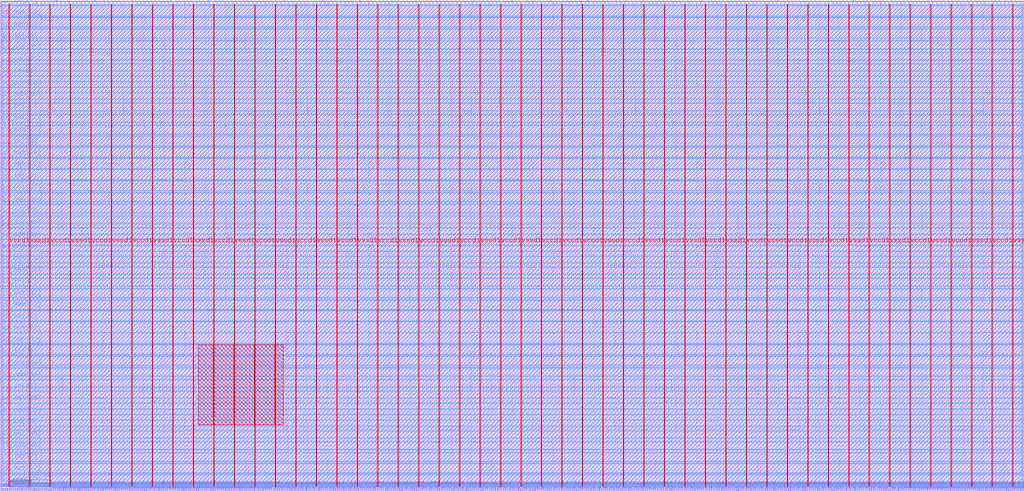
<source format=lef>
VERSION 5.7 ;
  NOWIREEXTENSIONATPIN ON ;
  DIVIDERCHAR "/" ;
  BUSBITCHARS "[]" ;
MACRO pwm_top
  CLASS BLOCK ;
  FOREIGN pwm_top ;
  ORIGIN 0.000 0.000 ;
  SIZE 2500.000 BY 1200.000 ;
  PIN io_in[0]
    DIRECTION INPUT ;
    USE SIGNAL ;
    PORT
      LAYER met3 ;
        RECT 2496.000 12.960 2500.000 13.560 ;
    END
  END io_in[0]
  PIN io_in[10]
    DIRECTION INPUT ;
    USE SIGNAL ;
    PORT
      LAYER met3 ;
        RECT 2496.000 812.640 2500.000 813.240 ;
    END
  END io_in[10]
  PIN io_in[11]
    DIRECTION INPUT ;
    USE SIGNAL ;
    PORT
      LAYER met3 ;
        RECT 2496.000 892.880 2500.000 893.480 ;
    END
  END io_in[11]
  PIN io_in[12]
    DIRECTION INPUT ;
    USE SIGNAL ;
    PORT
      LAYER met3 ;
        RECT 2496.000 973.120 2500.000 973.720 ;
    END
  END io_in[12]
  PIN io_in[13]
    DIRECTION INPUT ;
    USE SIGNAL ;
    PORT
      LAYER met3 ;
        RECT 2496.000 1052.680 2500.000 1053.280 ;
    END
  END io_in[13]
  PIN io_in[14]
    DIRECTION INPUT ;
    USE SIGNAL ;
    PORT
      LAYER met3 ;
        RECT 2496.000 1132.920 2500.000 1133.520 ;
    END
  END io_in[14]
  PIN io_in[15]
    DIRECTION INPUT ;
    USE SIGNAL ;
    PORT
      LAYER met2 ;
        RECT 2453.270 1196.000 2453.550 1200.000 ;
    END
  END io_in[15]
  PIN io_in[16]
    DIRECTION INPUT ;
    USE SIGNAL ;
    PORT
      LAYER met2 ;
        RECT 2175.430 1196.000 2175.710 1200.000 ;
    END
  END io_in[16]
  PIN io_in[17]
    DIRECTION INPUT ;
    USE SIGNAL ;
    PORT
      LAYER met2 ;
        RECT 1897.590 1196.000 1897.870 1200.000 ;
    END
  END io_in[17]
  PIN io_in[18]
    DIRECTION INPUT ;
    USE SIGNAL ;
    PORT
      LAYER met2 ;
        RECT 1620.210 1196.000 1620.490 1200.000 ;
    END
  END io_in[18]
  PIN io_in[19]
    DIRECTION INPUT ;
    USE SIGNAL ;
    PORT
      LAYER met2 ;
        RECT 1342.370 1196.000 1342.650 1200.000 ;
    END
  END io_in[19]
  PIN io_in[1]
    DIRECTION INPUT ;
    USE SIGNAL ;
    PORT
      LAYER met3 ;
        RECT 2496.000 92.520 2500.000 93.120 ;
    END
  END io_in[1]
  PIN io_in[20]
    DIRECTION INPUT ;
    USE SIGNAL ;
    PORT
      LAYER met2 ;
        RECT 1064.530 1196.000 1064.810 1200.000 ;
    END
  END io_in[20]
  PIN io_in[21]
    DIRECTION INPUT ;
    USE SIGNAL ;
    PORT
      LAYER met2 ;
        RECT 786.690 1196.000 786.970 1200.000 ;
    END
  END io_in[21]
  PIN io_in[22]
    DIRECTION INPUT ;
    USE SIGNAL ;
    PORT
      LAYER met2 ;
        RECT 508.850 1196.000 509.130 1200.000 ;
    END
  END io_in[22]
  PIN io_in[23]
    DIRECTION INPUT ;
    USE SIGNAL ;
    PORT
      LAYER met2 ;
        RECT 231.010 1196.000 231.290 1200.000 ;
    END
  END io_in[23]
  PIN io_in[24]
    DIRECTION INPUT ;
    USE SIGNAL ;
    PORT
      LAYER met3 ;
        RECT 0.000 1185.280 4.000 1185.880 ;
    END
  END io_in[24]
  PIN io_in[25]
    DIRECTION INPUT ;
    USE SIGNAL ;
    PORT
      LAYER met3 ;
        RECT 0.000 1099.600 4.000 1100.200 ;
    END
  END io_in[25]
  PIN io_in[26]
    DIRECTION INPUT ;
    USE SIGNAL ;
    PORT
      LAYER met3 ;
        RECT 0.000 1013.920 4.000 1014.520 ;
    END
  END io_in[26]
  PIN io_in[27]
    DIRECTION INPUT ;
    USE SIGNAL ;
    PORT
      LAYER met3 ;
        RECT 0.000 928.240 4.000 928.840 ;
    END
  END io_in[27]
  PIN io_in[28]
    DIRECTION INPUT ;
    USE SIGNAL ;
    PORT
      LAYER met3 ;
        RECT 0.000 842.560 4.000 843.160 ;
    END
  END io_in[28]
  PIN io_in[29]
    DIRECTION INPUT ;
    USE SIGNAL ;
    PORT
      LAYER met3 ;
        RECT 0.000 756.880 4.000 757.480 ;
    END
  END io_in[29]
  PIN io_in[2]
    DIRECTION INPUT ;
    USE SIGNAL ;
    PORT
      LAYER met3 ;
        RECT 2496.000 172.760 2500.000 173.360 ;
    END
  END io_in[2]
  PIN io_in[30]
    DIRECTION INPUT ;
    USE SIGNAL ;
    PORT
      LAYER met3 ;
        RECT 0.000 671.200 4.000 671.800 ;
    END
  END io_in[30]
  PIN io_in[31]
    DIRECTION INPUT ;
    USE SIGNAL ;
    PORT
      LAYER met3 ;
        RECT 0.000 585.520 4.000 586.120 ;
    END
  END io_in[31]
  PIN io_in[32]
    DIRECTION INPUT ;
    USE SIGNAL ;
    PORT
      LAYER met3 ;
        RECT 0.000 499.840 4.000 500.440 ;
    END
  END io_in[32]
  PIN io_in[33]
    DIRECTION INPUT ;
    USE SIGNAL ;
    PORT
      LAYER met3 ;
        RECT 0.000 414.160 4.000 414.760 ;
    END
  END io_in[33]
  PIN io_in[34]
    DIRECTION INPUT ;
    USE SIGNAL ;
    PORT
      LAYER met3 ;
        RECT 0.000 328.480 4.000 329.080 ;
    END
  END io_in[34]
  PIN io_in[35]
    DIRECTION INPUT ;
    USE SIGNAL ;
    PORT
      LAYER met3 ;
        RECT 0.000 242.800 4.000 243.400 ;
    END
  END io_in[35]
  PIN io_in[36]
    DIRECTION INPUT ;
    USE SIGNAL ;
    PORT
      LAYER met3 ;
        RECT 0.000 157.120 4.000 157.720 ;
    END
  END io_in[36]
  PIN io_in[37]
    DIRECTION INPUT ;
    USE SIGNAL ;
    PORT
      LAYER met3 ;
        RECT 0.000 71.440 4.000 72.040 ;
    END
  END io_in[37]
  PIN io_in[3]
    DIRECTION INPUT ;
    USE SIGNAL ;
    PORT
      LAYER met3 ;
        RECT 2496.000 253.000 2500.000 253.600 ;
    END
  END io_in[3]
  PIN io_in[4]
    DIRECTION INPUT ;
    USE SIGNAL ;
    PORT
      LAYER met3 ;
        RECT 2496.000 332.560 2500.000 333.160 ;
    END
  END io_in[4]
  PIN io_in[5]
    DIRECTION INPUT ;
    USE SIGNAL ;
    PORT
      LAYER met3 ;
        RECT 2496.000 412.800 2500.000 413.400 ;
    END
  END io_in[5]
  PIN io_in[6]
    DIRECTION INPUT ;
    USE SIGNAL ;
    PORT
      LAYER met3 ;
        RECT 2496.000 493.040 2500.000 493.640 ;
    END
  END io_in[6]
  PIN io_in[7]
    DIRECTION INPUT ;
    USE SIGNAL ;
    PORT
      LAYER met3 ;
        RECT 2496.000 572.600 2500.000 573.200 ;
    END
  END io_in[7]
  PIN io_in[8]
    DIRECTION INPUT ;
    USE SIGNAL ;
    PORT
      LAYER met3 ;
        RECT 2496.000 652.840 2500.000 653.440 ;
    END
  END io_in[8]
  PIN io_in[9]
    DIRECTION INPUT ;
    USE SIGNAL ;
    PORT
      LAYER met3 ;
        RECT 2496.000 733.080 2500.000 733.680 ;
    END
  END io_in[9]
  PIN io_oeb[0]
    DIRECTION OUTPUT TRISTATE ;
    USE SIGNAL ;
    PORT
      LAYER met3 ;
        RECT 2496.000 66.000 2500.000 66.600 ;
    END
  END io_oeb[0]
  PIN io_oeb[10]
    DIRECTION OUTPUT TRISTATE ;
    USE SIGNAL ;
    PORT
      LAYER met3 ;
        RECT 2496.000 866.360 2500.000 866.960 ;
    END
  END io_oeb[10]
  PIN io_oeb[11]
    DIRECTION OUTPUT TRISTATE ;
    USE SIGNAL ;
    PORT
      LAYER met3 ;
        RECT 2496.000 945.920 2500.000 946.520 ;
    END
  END io_oeb[11]
  PIN io_oeb[12]
    DIRECTION OUTPUT TRISTATE ;
    USE SIGNAL ;
    PORT
      LAYER met3 ;
        RECT 2496.000 1026.160 2500.000 1026.760 ;
    END
  END io_oeb[12]
  PIN io_oeb[13]
    DIRECTION OUTPUT TRISTATE ;
    USE SIGNAL ;
    PORT
      LAYER met3 ;
        RECT 2496.000 1106.400 2500.000 1107.000 ;
    END
  END io_oeb[13]
  PIN io_oeb[14]
    DIRECTION OUTPUT TRISTATE ;
    USE SIGNAL ;
    PORT
      LAYER met3 ;
        RECT 2496.000 1185.960 2500.000 1186.560 ;
    END
  END io_oeb[14]
  PIN io_oeb[15]
    DIRECTION OUTPUT TRISTATE ;
    USE SIGNAL ;
    PORT
      LAYER met2 ;
        RECT 2268.350 1196.000 2268.630 1200.000 ;
    END
  END io_oeb[15]
  PIN io_oeb[16]
    DIRECTION OUTPUT TRISTATE ;
    USE SIGNAL ;
    PORT
      LAYER met2 ;
        RECT 1990.510 1196.000 1990.790 1200.000 ;
    END
  END io_oeb[16]
  PIN io_oeb[17]
    DIRECTION OUTPUT TRISTATE ;
    USE SIGNAL ;
    PORT
      LAYER met2 ;
        RECT 1712.670 1196.000 1712.950 1200.000 ;
    END
  END io_oeb[17]
  PIN io_oeb[18]
    DIRECTION OUTPUT TRISTATE ;
    USE SIGNAL ;
    PORT
      LAYER met2 ;
        RECT 1434.830 1196.000 1435.110 1200.000 ;
    END
  END io_oeb[18]
  PIN io_oeb[19]
    DIRECTION OUTPUT TRISTATE ;
    USE SIGNAL ;
    PORT
      LAYER met2 ;
        RECT 1156.990 1196.000 1157.270 1200.000 ;
    END
  END io_oeb[19]
  PIN io_oeb[1]
    DIRECTION OUTPUT TRISTATE ;
    USE SIGNAL ;
    PORT
      LAYER met3 ;
        RECT 2496.000 146.240 2500.000 146.840 ;
    END
  END io_oeb[1]
  PIN io_oeb[20]
    DIRECTION OUTPUT TRISTATE ;
    USE SIGNAL ;
    PORT
      LAYER met2 ;
        RECT 879.150 1196.000 879.430 1200.000 ;
    END
  END io_oeb[20]
  PIN io_oeb[21]
    DIRECTION OUTPUT TRISTATE ;
    USE SIGNAL ;
    PORT
      LAYER met2 ;
        RECT 601.310 1196.000 601.590 1200.000 ;
    END
  END io_oeb[21]
  PIN io_oeb[22]
    DIRECTION OUTPUT TRISTATE ;
    USE SIGNAL ;
    PORT
      LAYER met2 ;
        RECT 323.470 1196.000 323.750 1200.000 ;
    END
  END io_oeb[22]
  PIN io_oeb[23]
    DIRECTION OUTPUT TRISTATE ;
    USE SIGNAL ;
    PORT
      LAYER met2 ;
        RECT 46.090 1196.000 46.370 1200.000 ;
    END
  END io_oeb[23]
  PIN io_oeb[24]
    DIRECTION OUTPUT TRISTATE ;
    USE SIGNAL ;
    PORT
      LAYER met3 ;
        RECT 0.000 1128.160 4.000 1128.760 ;
    END
  END io_oeb[24]
  PIN io_oeb[25]
    DIRECTION OUTPUT TRISTATE ;
    USE SIGNAL ;
    PORT
      LAYER met3 ;
        RECT 0.000 1042.480 4.000 1043.080 ;
    END
  END io_oeb[25]
  PIN io_oeb[26]
    DIRECTION OUTPUT TRISTATE ;
    USE SIGNAL ;
    PORT
      LAYER met3 ;
        RECT 0.000 956.800 4.000 957.400 ;
    END
  END io_oeb[26]
  PIN io_oeb[27]
    DIRECTION OUTPUT TRISTATE ;
    USE SIGNAL ;
    PORT
      LAYER met3 ;
        RECT 0.000 871.120 4.000 871.720 ;
    END
  END io_oeb[27]
  PIN io_oeb[28]
    DIRECTION OUTPUT TRISTATE ;
    USE SIGNAL ;
    PORT
      LAYER met3 ;
        RECT 0.000 785.440 4.000 786.040 ;
    END
  END io_oeb[28]
  PIN io_oeb[29]
    DIRECTION OUTPUT TRISTATE ;
    USE SIGNAL ;
    PORT
      LAYER met3 ;
        RECT 0.000 699.760 4.000 700.360 ;
    END
  END io_oeb[29]
  PIN io_oeb[2]
    DIRECTION OUTPUT TRISTATE ;
    USE SIGNAL ;
    PORT
      LAYER met3 ;
        RECT 2496.000 225.800 2500.000 226.400 ;
    END
  END io_oeb[2]
  PIN io_oeb[30]
    DIRECTION OUTPUT TRISTATE ;
    USE SIGNAL ;
    PORT
      LAYER met3 ;
        RECT 0.000 614.080 4.000 614.680 ;
    END
  END io_oeb[30]
  PIN io_oeb[31]
    DIRECTION OUTPUT TRISTATE ;
    USE SIGNAL ;
    PORT
      LAYER met3 ;
        RECT 0.000 528.400 4.000 529.000 ;
    END
  END io_oeb[31]
  PIN io_oeb[32]
    DIRECTION OUTPUT TRISTATE ;
    USE SIGNAL ;
    PORT
      LAYER met3 ;
        RECT 0.000 442.720 4.000 443.320 ;
    END
  END io_oeb[32]
  PIN io_oeb[33]
    DIRECTION OUTPUT TRISTATE ;
    USE SIGNAL ;
    PORT
      LAYER met3 ;
        RECT 0.000 357.040 4.000 357.640 ;
    END
  END io_oeb[33]
  PIN io_oeb[34]
    DIRECTION OUTPUT TRISTATE ;
    USE SIGNAL ;
    PORT
      LAYER met3 ;
        RECT 0.000 271.360 4.000 271.960 ;
    END
  END io_oeb[34]
  PIN io_oeb[35]
    DIRECTION OUTPUT TRISTATE ;
    USE SIGNAL ;
    PORT
      LAYER met3 ;
        RECT 0.000 185.680 4.000 186.280 ;
    END
  END io_oeb[35]
  PIN io_oeb[36]
    DIRECTION OUTPUT TRISTATE ;
    USE SIGNAL ;
    PORT
      LAYER met3 ;
        RECT 0.000 100.000 4.000 100.600 ;
    END
  END io_oeb[36]
  PIN io_oeb[37]
    DIRECTION OUTPUT TRISTATE ;
    USE SIGNAL ;
    PORT
      LAYER met3 ;
        RECT 0.000 14.320 4.000 14.920 ;
    END
  END io_oeb[37]
  PIN io_oeb[3]
    DIRECTION OUTPUT TRISTATE ;
    USE SIGNAL ;
    PORT
      LAYER met3 ;
        RECT 2496.000 306.040 2500.000 306.640 ;
    END
  END io_oeb[3]
  PIN io_oeb[4]
    DIRECTION OUTPUT TRISTATE ;
    USE SIGNAL ;
    PORT
      LAYER met3 ;
        RECT 2496.000 386.280 2500.000 386.880 ;
    END
  END io_oeb[4]
  PIN io_oeb[5]
    DIRECTION OUTPUT TRISTATE ;
    USE SIGNAL ;
    PORT
      LAYER met3 ;
        RECT 2496.000 465.840 2500.000 466.440 ;
    END
  END io_oeb[5]
  PIN io_oeb[6]
    DIRECTION OUTPUT TRISTATE ;
    USE SIGNAL ;
    PORT
      LAYER met3 ;
        RECT 2496.000 546.080 2500.000 546.680 ;
    END
  END io_oeb[6]
  PIN io_oeb[7]
    DIRECTION OUTPUT TRISTATE ;
    USE SIGNAL ;
    PORT
      LAYER met3 ;
        RECT 2496.000 626.320 2500.000 626.920 ;
    END
  END io_oeb[7]
  PIN io_oeb[8]
    DIRECTION OUTPUT TRISTATE ;
    USE SIGNAL ;
    PORT
      LAYER met3 ;
        RECT 2496.000 705.880 2500.000 706.480 ;
    END
  END io_oeb[8]
  PIN io_oeb[9]
    DIRECTION OUTPUT TRISTATE ;
    USE SIGNAL ;
    PORT
      LAYER met3 ;
        RECT 2496.000 786.120 2500.000 786.720 ;
    END
  END io_oeb[9]
  PIN io_out[0]
    DIRECTION OUTPUT TRISTATE ;
    USE SIGNAL ;
    PORT
      LAYER met3 ;
        RECT 2496.000 39.480 2500.000 40.080 ;
    END
  END io_out[0]
  PIN io_out[10]
    DIRECTION OUTPUT TRISTATE ;
    USE SIGNAL ;
    PORT
      LAYER met3 ;
        RECT 2496.000 839.160 2500.000 839.760 ;
    END
  END io_out[10]
  PIN io_out[11]
    DIRECTION OUTPUT TRISTATE ;
    USE SIGNAL ;
    PORT
      LAYER met3 ;
        RECT 2496.000 919.400 2500.000 920.000 ;
    END
  END io_out[11]
  PIN io_out[12]
    DIRECTION OUTPUT TRISTATE ;
    USE SIGNAL ;
    PORT
      LAYER met3 ;
        RECT 2496.000 999.640 2500.000 1000.240 ;
    END
  END io_out[12]
  PIN io_out[13]
    DIRECTION OUTPUT TRISTATE ;
    USE SIGNAL ;
    PORT
      LAYER met3 ;
        RECT 2496.000 1079.200 2500.000 1079.800 ;
    END
  END io_out[13]
  PIN io_out[14]
    DIRECTION OUTPUT TRISTATE ;
    USE SIGNAL ;
    PORT
      LAYER met3 ;
        RECT 2496.000 1159.440 2500.000 1160.040 ;
    END
  END io_out[14]
  PIN io_out[15]
    DIRECTION OUTPUT TRISTATE ;
    USE SIGNAL ;
    PORT
      LAYER met2 ;
        RECT 2360.810 1196.000 2361.090 1200.000 ;
    END
  END io_out[15]
  PIN io_out[16]
    DIRECTION OUTPUT TRISTATE ;
    USE SIGNAL ;
    PORT
      LAYER met2 ;
        RECT 2082.970 1196.000 2083.250 1200.000 ;
    END
  END io_out[16]
  PIN io_out[17]
    DIRECTION OUTPUT TRISTATE ;
    USE SIGNAL ;
    PORT
      LAYER met2 ;
        RECT 1805.130 1196.000 1805.410 1200.000 ;
    END
  END io_out[17]
  PIN io_out[18]
    DIRECTION OUTPUT TRISTATE ;
    USE SIGNAL ;
    PORT
      LAYER met2 ;
        RECT 1527.290 1196.000 1527.570 1200.000 ;
    END
  END io_out[18]
  PIN io_out[19]
    DIRECTION OUTPUT TRISTATE ;
    USE SIGNAL ;
    PORT
      LAYER met2 ;
        RECT 1249.450 1196.000 1249.730 1200.000 ;
    END
  END io_out[19]
  PIN io_out[1]
    DIRECTION OUTPUT TRISTATE ;
    USE SIGNAL ;
    PORT
      LAYER met3 ;
        RECT 2496.000 119.040 2500.000 119.640 ;
    END
  END io_out[1]
  PIN io_out[20]
    DIRECTION OUTPUT TRISTATE ;
    USE SIGNAL ;
    PORT
      LAYER met2 ;
        RECT 971.610 1196.000 971.890 1200.000 ;
    END
  END io_out[20]
  PIN io_out[21]
    DIRECTION OUTPUT TRISTATE ;
    USE SIGNAL ;
    PORT
      LAYER met2 ;
        RECT 694.230 1196.000 694.510 1200.000 ;
    END
  END io_out[21]
  PIN io_out[22]
    DIRECTION OUTPUT TRISTATE ;
    USE SIGNAL ;
    PORT
      LAYER met2 ;
        RECT 416.390 1196.000 416.670 1200.000 ;
    END
  END io_out[22]
  PIN io_out[23]
    DIRECTION OUTPUT TRISTATE ;
    USE SIGNAL ;
    PORT
      LAYER met2 ;
        RECT 138.550 1196.000 138.830 1200.000 ;
    END
  END io_out[23]
  PIN io_out[24]
    DIRECTION OUTPUT TRISTATE ;
    USE SIGNAL ;
    PORT
      LAYER met3 ;
        RECT 0.000 1156.720 4.000 1157.320 ;
    END
  END io_out[24]
  PIN io_out[25]
    DIRECTION OUTPUT TRISTATE ;
    USE SIGNAL ;
    PORT
      LAYER met3 ;
        RECT 0.000 1071.040 4.000 1071.640 ;
    END
  END io_out[25]
  PIN io_out[26]
    DIRECTION OUTPUT TRISTATE ;
    USE SIGNAL ;
    PORT
      LAYER met3 ;
        RECT 0.000 985.360 4.000 985.960 ;
    END
  END io_out[26]
  PIN io_out[27]
    DIRECTION OUTPUT TRISTATE ;
    USE SIGNAL ;
    PORT
      LAYER met3 ;
        RECT 0.000 899.680 4.000 900.280 ;
    END
  END io_out[27]
  PIN io_out[28]
    DIRECTION OUTPUT TRISTATE ;
    USE SIGNAL ;
    PORT
      LAYER met3 ;
        RECT 0.000 814.000 4.000 814.600 ;
    END
  END io_out[28]
  PIN io_out[29]
    DIRECTION OUTPUT TRISTATE ;
    USE SIGNAL ;
    PORT
      LAYER met3 ;
        RECT 0.000 728.320 4.000 728.920 ;
    END
  END io_out[29]
  PIN io_out[2]
    DIRECTION OUTPUT TRISTATE ;
    USE SIGNAL ;
    PORT
      LAYER met3 ;
        RECT 2496.000 199.280 2500.000 199.880 ;
    END
  END io_out[2]
  PIN io_out[30]
    DIRECTION OUTPUT TRISTATE ;
    USE SIGNAL ;
    PORT
      LAYER met3 ;
        RECT 0.000 642.640 4.000 643.240 ;
    END
  END io_out[30]
  PIN io_out[31]
    DIRECTION OUTPUT TRISTATE ;
    USE SIGNAL ;
    PORT
      LAYER met3 ;
        RECT 0.000 556.960 4.000 557.560 ;
    END
  END io_out[31]
  PIN io_out[32]
    DIRECTION OUTPUT TRISTATE ;
    USE SIGNAL ;
    PORT
      LAYER met3 ;
        RECT 0.000 471.280 4.000 471.880 ;
    END
  END io_out[32]
  PIN io_out[33]
    DIRECTION OUTPUT TRISTATE ;
    USE SIGNAL ;
    PORT
      LAYER met3 ;
        RECT 0.000 385.600 4.000 386.200 ;
    END
  END io_out[33]
  PIN io_out[34]
    DIRECTION OUTPUT TRISTATE ;
    USE SIGNAL ;
    PORT
      LAYER met3 ;
        RECT 0.000 299.920 4.000 300.520 ;
    END
  END io_out[34]
  PIN io_out[35]
    DIRECTION OUTPUT TRISTATE ;
    USE SIGNAL ;
    PORT
      LAYER met3 ;
        RECT 0.000 214.240 4.000 214.840 ;
    END
  END io_out[35]
  PIN io_out[36]
    DIRECTION OUTPUT TRISTATE ;
    USE SIGNAL ;
    PORT
      LAYER met3 ;
        RECT 0.000 128.560 4.000 129.160 ;
    END
  END io_out[36]
  PIN io_out[37]
    DIRECTION OUTPUT TRISTATE ;
    USE SIGNAL ;
    PORT
      LAYER met3 ;
        RECT 0.000 42.880 4.000 43.480 ;
    END
  END io_out[37]
  PIN io_out[3]
    DIRECTION OUTPUT TRISTATE ;
    USE SIGNAL ;
    PORT
      LAYER met3 ;
        RECT 2496.000 279.520 2500.000 280.120 ;
    END
  END io_out[3]
  PIN io_out[4]
    DIRECTION OUTPUT TRISTATE ;
    USE SIGNAL ;
    PORT
      LAYER met3 ;
        RECT 2496.000 359.080 2500.000 359.680 ;
    END
  END io_out[4]
  PIN io_out[5]
    DIRECTION OUTPUT TRISTATE ;
    USE SIGNAL ;
    PORT
      LAYER met3 ;
        RECT 2496.000 439.320 2500.000 439.920 ;
    END
  END io_out[5]
  PIN io_out[6]
    DIRECTION OUTPUT TRISTATE ;
    USE SIGNAL ;
    PORT
      LAYER met3 ;
        RECT 2496.000 519.560 2500.000 520.160 ;
    END
  END io_out[6]
  PIN io_out[7]
    DIRECTION OUTPUT TRISTATE ;
    USE SIGNAL ;
    PORT
      LAYER met3 ;
        RECT 2496.000 599.120 2500.000 599.720 ;
    END
  END io_out[7]
  PIN io_out[8]
    DIRECTION OUTPUT TRISTATE ;
    USE SIGNAL ;
    PORT
      LAYER met3 ;
        RECT 2496.000 679.360 2500.000 679.960 ;
    END
  END io_out[8]
  PIN io_out[9]
    DIRECTION OUTPUT TRISTATE ;
    USE SIGNAL ;
    PORT
      LAYER met3 ;
        RECT 2496.000 759.600 2500.000 760.200 ;
    END
  END io_out[9]
  PIN irq[0]
    DIRECTION OUTPUT TRISTATE ;
    USE SIGNAL ;
    PORT
      LAYER met2 ;
        RECT 2486.850 0.000 2487.130 4.000 ;
    END
  END irq[0]
  PIN irq[1]
    DIRECTION OUTPUT TRISTATE ;
    USE SIGNAL ;
    PORT
      LAYER met2 ;
        RECT 2491.910 0.000 2492.190 4.000 ;
    END
  END irq[1]
  PIN irq[2]
    DIRECTION OUTPUT TRISTATE ;
    USE SIGNAL ;
    PORT
      LAYER met2 ;
        RECT 2496.970 0.000 2497.250 4.000 ;
    END
  END irq[2]
  PIN la_data_in[0]
    DIRECTION INPUT ;
    USE SIGNAL ;
    PORT
      LAYER met2 ;
        RECT 539.670 0.000 539.950 4.000 ;
    END
  END la_data_in[0]
  PIN la_data_in[100]
    DIRECTION INPUT ;
    USE SIGNAL ;
    PORT
      LAYER met2 ;
        RECT 2060.890 0.000 2061.170 4.000 ;
    END
  END la_data_in[100]
  PIN la_data_in[101]
    DIRECTION INPUT ;
    USE SIGNAL ;
    PORT
      LAYER met2 ;
        RECT 2076.070 0.000 2076.350 4.000 ;
    END
  END la_data_in[101]
  PIN la_data_in[102]
    DIRECTION INPUT ;
    USE SIGNAL ;
    PORT
      LAYER met2 ;
        RECT 2091.710 0.000 2091.990 4.000 ;
    END
  END la_data_in[102]
  PIN la_data_in[103]
    DIRECTION INPUT ;
    USE SIGNAL ;
    PORT
      LAYER met2 ;
        RECT 2106.890 0.000 2107.170 4.000 ;
    END
  END la_data_in[103]
  PIN la_data_in[104]
    DIRECTION INPUT ;
    USE SIGNAL ;
    PORT
      LAYER met2 ;
        RECT 2122.070 0.000 2122.350 4.000 ;
    END
  END la_data_in[104]
  PIN la_data_in[105]
    DIRECTION INPUT ;
    USE SIGNAL ;
    PORT
      LAYER met2 ;
        RECT 2137.250 0.000 2137.530 4.000 ;
    END
  END la_data_in[105]
  PIN la_data_in[106]
    DIRECTION INPUT ;
    USE SIGNAL ;
    PORT
      LAYER met2 ;
        RECT 2152.430 0.000 2152.710 4.000 ;
    END
  END la_data_in[106]
  PIN la_data_in[107]
    DIRECTION INPUT ;
    USE SIGNAL ;
    PORT
      LAYER met2 ;
        RECT 2167.610 0.000 2167.890 4.000 ;
    END
  END la_data_in[107]
  PIN la_data_in[108]
    DIRECTION INPUT ;
    USE SIGNAL ;
    PORT
      LAYER met2 ;
        RECT 2182.790 0.000 2183.070 4.000 ;
    END
  END la_data_in[108]
  PIN la_data_in[109]
    DIRECTION INPUT ;
    USE SIGNAL ;
    PORT
      LAYER met2 ;
        RECT 2197.970 0.000 2198.250 4.000 ;
    END
  END la_data_in[109]
  PIN la_data_in[10]
    DIRECTION INPUT ;
    USE SIGNAL ;
    PORT
      LAYER met2 ;
        RECT 691.930 0.000 692.210 4.000 ;
    END
  END la_data_in[10]
  PIN la_data_in[110]
    DIRECTION INPUT ;
    USE SIGNAL ;
    PORT
      LAYER met2 ;
        RECT 2213.150 0.000 2213.430 4.000 ;
    END
  END la_data_in[110]
  PIN la_data_in[111]
    DIRECTION INPUT ;
    USE SIGNAL ;
    PORT
      LAYER met2 ;
        RECT 2228.330 0.000 2228.610 4.000 ;
    END
  END la_data_in[111]
  PIN la_data_in[112]
    DIRECTION INPUT ;
    USE SIGNAL ;
    PORT
      LAYER met2 ;
        RECT 2243.510 0.000 2243.790 4.000 ;
    END
  END la_data_in[112]
  PIN la_data_in[113]
    DIRECTION INPUT ;
    USE SIGNAL ;
    PORT
      LAYER met2 ;
        RECT 2258.690 0.000 2258.970 4.000 ;
    END
  END la_data_in[113]
  PIN la_data_in[114]
    DIRECTION INPUT ;
    USE SIGNAL ;
    PORT
      LAYER met2 ;
        RECT 2273.870 0.000 2274.150 4.000 ;
    END
  END la_data_in[114]
  PIN la_data_in[115]
    DIRECTION INPUT ;
    USE SIGNAL ;
    PORT
      LAYER met2 ;
        RECT 2289.050 0.000 2289.330 4.000 ;
    END
  END la_data_in[115]
  PIN la_data_in[116]
    DIRECTION INPUT ;
    USE SIGNAL ;
    PORT
      LAYER met2 ;
        RECT 2304.690 0.000 2304.970 4.000 ;
    END
  END la_data_in[116]
  PIN la_data_in[117]
    DIRECTION INPUT ;
    USE SIGNAL ;
    PORT
      LAYER met2 ;
        RECT 2319.870 0.000 2320.150 4.000 ;
    END
  END la_data_in[117]
  PIN la_data_in[118]
    DIRECTION INPUT ;
    USE SIGNAL ;
    PORT
      LAYER met2 ;
        RECT 2335.050 0.000 2335.330 4.000 ;
    END
  END la_data_in[118]
  PIN la_data_in[119]
    DIRECTION INPUT ;
    USE SIGNAL ;
    PORT
      LAYER met2 ;
        RECT 2350.230 0.000 2350.510 4.000 ;
    END
  END la_data_in[119]
  PIN la_data_in[11]
    DIRECTION INPUT ;
    USE SIGNAL ;
    PORT
      LAYER met2 ;
        RECT 707.110 0.000 707.390 4.000 ;
    END
  END la_data_in[11]
  PIN la_data_in[120]
    DIRECTION INPUT ;
    USE SIGNAL ;
    PORT
      LAYER met2 ;
        RECT 2365.410 0.000 2365.690 4.000 ;
    END
  END la_data_in[120]
  PIN la_data_in[121]
    DIRECTION INPUT ;
    USE SIGNAL ;
    PORT
      LAYER met2 ;
        RECT 2380.590 0.000 2380.870 4.000 ;
    END
  END la_data_in[121]
  PIN la_data_in[122]
    DIRECTION INPUT ;
    USE SIGNAL ;
    PORT
      LAYER met2 ;
        RECT 2395.770 0.000 2396.050 4.000 ;
    END
  END la_data_in[122]
  PIN la_data_in[123]
    DIRECTION INPUT ;
    USE SIGNAL ;
    PORT
      LAYER met2 ;
        RECT 2410.950 0.000 2411.230 4.000 ;
    END
  END la_data_in[123]
  PIN la_data_in[124]
    DIRECTION INPUT ;
    USE SIGNAL ;
    PORT
      LAYER met2 ;
        RECT 2426.130 0.000 2426.410 4.000 ;
    END
  END la_data_in[124]
  PIN la_data_in[125]
    DIRECTION INPUT ;
    USE SIGNAL ;
    PORT
      LAYER met2 ;
        RECT 2441.310 0.000 2441.590 4.000 ;
    END
  END la_data_in[125]
  PIN la_data_in[126]
    DIRECTION INPUT ;
    USE SIGNAL ;
    PORT
      LAYER met2 ;
        RECT 2456.490 0.000 2456.770 4.000 ;
    END
  END la_data_in[126]
  PIN la_data_in[127]
    DIRECTION INPUT ;
    USE SIGNAL ;
    PORT
      LAYER met2 ;
        RECT 2471.670 0.000 2471.950 4.000 ;
    END
  END la_data_in[127]
  PIN la_data_in[12]
    DIRECTION INPUT ;
    USE SIGNAL ;
    PORT
      LAYER met2 ;
        RECT 722.290 0.000 722.570 4.000 ;
    END
  END la_data_in[12]
  PIN la_data_in[13]
    DIRECTION INPUT ;
    USE SIGNAL ;
    PORT
      LAYER met2 ;
        RECT 737.470 0.000 737.750 4.000 ;
    END
  END la_data_in[13]
  PIN la_data_in[14]
    DIRECTION INPUT ;
    USE SIGNAL ;
    PORT
      LAYER met2 ;
        RECT 752.650 0.000 752.930 4.000 ;
    END
  END la_data_in[14]
  PIN la_data_in[15]
    DIRECTION INPUT ;
    USE SIGNAL ;
    PORT
      LAYER met2 ;
        RECT 767.830 0.000 768.110 4.000 ;
    END
  END la_data_in[15]
  PIN la_data_in[16]
    DIRECTION INPUT ;
    USE SIGNAL ;
    PORT
      LAYER met2 ;
        RECT 783.010 0.000 783.290 4.000 ;
    END
  END la_data_in[16]
  PIN la_data_in[17]
    DIRECTION INPUT ;
    USE SIGNAL ;
    PORT
      LAYER met2 ;
        RECT 798.190 0.000 798.470 4.000 ;
    END
  END la_data_in[17]
  PIN la_data_in[18]
    DIRECTION INPUT ;
    USE SIGNAL ;
    PORT
      LAYER met2 ;
        RECT 813.370 0.000 813.650 4.000 ;
    END
  END la_data_in[18]
  PIN la_data_in[19]
    DIRECTION INPUT ;
    USE SIGNAL ;
    PORT
      LAYER met2 ;
        RECT 828.550 0.000 828.830 4.000 ;
    END
  END la_data_in[19]
  PIN la_data_in[1]
    DIRECTION INPUT ;
    USE SIGNAL ;
    PORT
      LAYER met2 ;
        RECT 554.850 0.000 555.130 4.000 ;
    END
  END la_data_in[1]
  PIN la_data_in[20]
    DIRECTION INPUT ;
    USE SIGNAL ;
    PORT
      LAYER met2 ;
        RECT 844.190 0.000 844.470 4.000 ;
    END
  END la_data_in[20]
  PIN la_data_in[21]
    DIRECTION INPUT ;
    USE SIGNAL ;
    PORT
      LAYER met2 ;
        RECT 859.370 0.000 859.650 4.000 ;
    END
  END la_data_in[21]
  PIN la_data_in[22]
    DIRECTION INPUT ;
    USE SIGNAL ;
    PORT
      LAYER met2 ;
        RECT 874.550 0.000 874.830 4.000 ;
    END
  END la_data_in[22]
  PIN la_data_in[23]
    DIRECTION INPUT ;
    USE SIGNAL ;
    PORT
      LAYER met2 ;
        RECT 889.730 0.000 890.010 4.000 ;
    END
  END la_data_in[23]
  PIN la_data_in[24]
    DIRECTION INPUT ;
    USE SIGNAL ;
    PORT
      LAYER met2 ;
        RECT 904.910 0.000 905.190 4.000 ;
    END
  END la_data_in[24]
  PIN la_data_in[25]
    DIRECTION INPUT ;
    USE SIGNAL ;
    PORT
      LAYER met2 ;
        RECT 920.090 0.000 920.370 4.000 ;
    END
  END la_data_in[25]
  PIN la_data_in[26]
    DIRECTION INPUT ;
    USE SIGNAL ;
    PORT
      LAYER met2 ;
        RECT 935.270 0.000 935.550 4.000 ;
    END
  END la_data_in[26]
  PIN la_data_in[27]
    DIRECTION INPUT ;
    USE SIGNAL ;
    PORT
      LAYER met2 ;
        RECT 950.450 0.000 950.730 4.000 ;
    END
  END la_data_in[27]
  PIN la_data_in[28]
    DIRECTION INPUT ;
    USE SIGNAL ;
    PORT
      LAYER met2 ;
        RECT 965.630 0.000 965.910 4.000 ;
    END
  END la_data_in[28]
  PIN la_data_in[29]
    DIRECTION INPUT ;
    USE SIGNAL ;
    PORT
      LAYER met2 ;
        RECT 980.810 0.000 981.090 4.000 ;
    END
  END la_data_in[29]
  PIN la_data_in[2]
    DIRECTION INPUT ;
    USE SIGNAL ;
    PORT
      LAYER met2 ;
        RECT 570.030 0.000 570.310 4.000 ;
    END
  END la_data_in[2]
  PIN la_data_in[30]
    DIRECTION INPUT ;
    USE SIGNAL ;
    PORT
      LAYER met2 ;
        RECT 995.990 0.000 996.270 4.000 ;
    END
  END la_data_in[30]
  PIN la_data_in[31]
    DIRECTION INPUT ;
    USE SIGNAL ;
    PORT
      LAYER met2 ;
        RECT 1011.170 0.000 1011.450 4.000 ;
    END
  END la_data_in[31]
  PIN la_data_in[32]
    DIRECTION INPUT ;
    USE SIGNAL ;
    PORT
      LAYER met2 ;
        RECT 1026.350 0.000 1026.630 4.000 ;
    END
  END la_data_in[32]
  PIN la_data_in[33]
    DIRECTION INPUT ;
    USE SIGNAL ;
    PORT
      LAYER met2 ;
        RECT 1041.530 0.000 1041.810 4.000 ;
    END
  END la_data_in[33]
  PIN la_data_in[34]
    DIRECTION INPUT ;
    USE SIGNAL ;
    PORT
      LAYER met2 ;
        RECT 1057.170 0.000 1057.450 4.000 ;
    END
  END la_data_in[34]
  PIN la_data_in[35]
    DIRECTION INPUT ;
    USE SIGNAL ;
    PORT
      LAYER met2 ;
        RECT 1072.350 0.000 1072.630 4.000 ;
    END
  END la_data_in[35]
  PIN la_data_in[36]
    DIRECTION INPUT ;
    USE SIGNAL ;
    PORT
      LAYER met2 ;
        RECT 1087.530 0.000 1087.810 4.000 ;
    END
  END la_data_in[36]
  PIN la_data_in[37]
    DIRECTION INPUT ;
    USE SIGNAL ;
    PORT
      LAYER met2 ;
        RECT 1102.710 0.000 1102.990 4.000 ;
    END
  END la_data_in[37]
  PIN la_data_in[38]
    DIRECTION INPUT ;
    USE SIGNAL ;
    PORT
      LAYER met2 ;
        RECT 1117.890 0.000 1118.170 4.000 ;
    END
  END la_data_in[38]
  PIN la_data_in[39]
    DIRECTION INPUT ;
    USE SIGNAL ;
    PORT
      LAYER met2 ;
        RECT 1133.070 0.000 1133.350 4.000 ;
    END
  END la_data_in[39]
  PIN la_data_in[3]
    DIRECTION INPUT ;
    USE SIGNAL ;
    PORT
      LAYER met2 ;
        RECT 585.210 0.000 585.490 4.000 ;
    END
  END la_data_in[3]
  PIN la_data_in[40]
    DIRECTION INPUT ;
    USE SIGNAL ;
    PORT
      LAYER met2 ;
        RECT 1148.250 0.000 1148.530 4.000 ;
    END
  END la_data_in[40]
  PIN la_data_in[41]
    DIRECTION INPUT ;
    USE SIGNAL ;
    PORT
      LAYER met2 ;
        RECT 1163.430 0.000 1163.710 4.000 ;
    END
  END la_data_in[41]
  PIN la_data_in[42]
    DIRECTION INPUT ;
    USE SIGNAL ;
    PORT
      LAYER met2 ;
        RECT 1178.610 0.000 1178.890 4.000 ;
    END
  END la_data_in[42]
  PIN la_data_in[43]
    DIRECTION INPUT ;
    USE SIGNAL ;
    PORT
      LAYER met2 ;
        RECT 1193.790 0.000 1194.070 4.000 ;
    END
  END la_data_in[43]
  PIN la_data_in[44]
    DIRECTION INPUT ;
    USE SIGNAL ;
    PORT
      LAYER met2 ;
        RECT 1208.970 0.000 1209.250 4.000 ;
    END
  END la_data_in[44]
  PIN la_data_in[45]
    DIRECTION INPUT ;
    USE SIGNAL ;
    PORT
      LAYER met2 ;
        RECT 1224.150 0.000 1224.430 4.000 ;
    END
  END la_data_in[45]
  PIN la_data_in[46]
    DIRECTION INPUT ;
    USE SIGNAL ;
    PORT
      LAYER met2 ;
        RECT 1239.330 0.000 1239.610 4.000 ;
    END
  END la_data_in[46]
  PIN la_data_in[47]
    DIRECTION INPUT ;
    USE SIGNAL ;
    PORT
      LAYER met2 ;
        RECT 1254.970 0.000 1255.250 4.000 ;
    END
  END la_data_in[47]
  PIN la_data_in[48]
    DIRECTION INPUT ;
    USE SIGNAL ;
    PORT
      LAYER met2 ;
        RECT 1270.150 0.000 1270.430 4.000 ;
    END
  END la_data_in[48]
  PIN la_data_in[49]
    DIRECTION INPUT ;
    USE SIGNAL ;
    PORT
      LAYER met2 ;
        RECT 1285.330 0.000 1285.610 4.000 ;
    END
  END la_data_in[49]
  PIN la_data_in[4]
    DIRECTION INPUT ;
    USE SIGNAL ;
    PORT
      LAYER met2 ;
        RECT 600.390 0.000 600.670 4.000 ;
    END
  END la_data_in[4]
  PIN la_data_in[50]
    DIRECTION INPUT ;
    USE SIGNAL ;
    PORT
      LAYER met2 ;
        RECT 1300.510 0.000 1300.790 4.000 ;
    END
  END la_data_in[50]
  PIN la_data_in[51]
    DIRECTION INPUT ;
    USE SIGNAL ;
    PORT
      LAYER met2 ;
        RECT 1315.690 0.000 1315.970 4.000 ;
    END
  END la_data_in[51]
  PIN la_data_in[52]
    DIRECTION INPUT ;
    USE SIGNAL ;
    PORT
      LAYER met2 ;
        RECT 1330.870 0.000 1331.150 4.000 ;
    END
  END la_data_in[52]
  PIN la_data_in[53]
    DIRECTION INPUT ;
    USE SIGNAL ;
    PORT
      LAYER met2 ;
        RECT 1346.050 0.000 1346.330 4.000 ;
    END
  END la_data_in[53]
  PIN la_data_in[54]
    DIRECTION INPUT ;
    USE SIGNAL ;
    PORT
      LAYER met2 ;
        RECT 1361.230 0.000 1361.510 4.000 ;
    END
  END la_data_in[54]
  PIN la_data_in[55]
    DIRECTION INPUT ;
    USE SIGNAL ;
    PORT
      LAYER met2 ;
        RECT 1376.410 0.000 1376.690 4.000 ;
    END
  END la_data_in[55]
  PIN la_data_in[56]
    DIRECTION INPUT ;
    USE SIGNAL ;
    PORT
      LAYER met2 ;
        RECT 1391.590 0.000 1391.870 4.000 ;
    END
  END la_data_in[56]
  PIN la_data_in[57]
    DIRECTION INPUT ;
    USE SIGNAL ;
    PORT
      LAYER met2 ;
        RECT 1406.770 0.000 1407.050 4.000 ;
    END
  END la_data_in[57]
  PIN la_data_in[58]
    DIRECTION INPUT ;
    USE SIGNAL ;
    PORT
      LAYER met2 ;
        RECT 1421.950 0.000 1422.230 4.000 ;
    END
  END la_data_in[58]
  PIN la_data_in[59]
    DIRECTION INPUT ;
    USE SIGNAL ;
    PORT
      LAYER met2 ;
        RECT 1437.130 0.000 1437.410 4.000 ;
    END
  END la_data_in[59]
  PIN la_data_in[5]
    DIRECTION INPUT ;
    USE SIGNAL ;
    PORT
      LAYER met2 ;
        RECT 615.570 0.000 615.850 4.000 ;
    END
  END la_data_in[5]
  PIN la_data_in[60]
    DIRECTION INPUT ;
    USE SIGNAL ;
    PORT
      LAYER met2 ;
        RECT 1452.310 0.000 1452.590 4.000 ;
    END
  END la_data_in[60]
  PIN la_data_in[61]
    DIRECTION INPUT ;
    USE SIGNAL ;
    PORT
      LAYER met2 ;
        RECT 1467.950 0.000 1468.230 4.000 ;
    END
  END la_data_in[61]
  PIN la_data_in[62]
    DIRECTION INPUT ;
    USE SIGNAL ;
    PORT
      LAYER met2 ;
        RECT 1483.130 0.000 1483.410 4.000 ;
    END
  END la_data_in[62]
  PIN la_data_in[63]
    DIRECTION INPUT ;
    USE SIGNAL ;
    PORT
      LAYER met2 ;
        RECT 1498.310 0.000 1498.590 4.000 ;
    END
  END la_data_in[63]
  PIN la_data_in[64]
    DIRECTION INPUT ;
    USE SIGNAL ;
    PORT
      LAYER met2 ;
        RECT 1513.490 0.000 1513.770 4.000 ;
    END
  END la_data_in[64]
  PIN la_data_in[65]
    DIRECTION INPUT ;
    USE SIGNAL ;
    PORT
      LAYER met2 ;
        RECT 1528.670 0.000 1528.950 4.000 ;
    END
  END la_data_in[65]
  PIN la_data_in[66]
    DIRECTION INPUT ;
    USE SIGNAL ;
    PORT
      LAYER met2 ;
        RECT 1543.850 0.000 1544.130 4.000 ;
    END
  END la_data_in[66]
  PIN la_data_in[67]
    DIRECTION INPUT ;
    USE SIGNAL ;
    PORT
      LAYER met2 ;
        RECT 1559.030 0.000 1559.310 4.000 ;
    END
  END la_data_in[67]
  PIN la_data_in[68]
    DIRECTION INPUT ;
    USE SIGNAL ;
    PORT
      LAYER met2 ;
        RECT 1574.210 0.000 1574.490 4.000 ;
    END
  END la_data_in[68]
  PIN la_data_in[69]
    DIRECTION INPUT ;
    USE SIGNAL ;
    PORT
      LAYER met2 ;
        RECT 1589.390 0.000 1589.670 4.000 ;
    END
  END la_data_in[69]
  PIN la_data_in[6]
    DIRECTION INPUT ;
    USE SIGNAL ;
    PORT
      LAYER met2 ;
        RECT 631.210 0.000 631.490 4.000 ;
    END
  END la_data_in[6]
  PIN la_data_in[70]
    DIRECTION INPUT ;
    USE SIGNAL ;
    PORT
      LAYER met2 ;
        RECT 1604.570 0.000 1604.850 4.000 ;
    END
  END la_data_in[70]
  PIN la_data_in[71]
    DIRECTION INPUT ;
    USE SIGNAL ;
    PORT
      LAYER met2 ;
        RECT 1619.750 0.000 1620.030 4.000 ;
    END
  END la_data_in[71]
  PIN la_data_in[72]
    DIRECTION INPUT ;
    USE SIGNAL ;
    PORT
      LAYER met2 ;
        RECT 1634.930 0.000 1635.210 4.000 ;
    END
  END la_data_in[72]
  PIN la_data_in[73]
    DIRECTION INPUT ;
    USE SIGNAL ;
    PORT
      LAYER met2 ;
        RECT 1650.110 0.000 1650.390 4.000 ;
    END
  END la_data_in[73]
  PIN la_data_in[74]
    DIRECTION INPUT ;
    USE SIGNAL ;
    PORT
      LAYER met2 ;
        RECT 1665.290 0.000 1665.570 4.000 ;
    END
  END la_data_in[74]
  PIN la_data_in[75]
    DIRECTION INPUT ;
    USE SIGNAL ;
    PORT
      LAYER met2 ;
        RECT 1680.930 0.000 1681.210 4.000 ;
    END
  END la_data_in[75]
  PIN la_data_in[76]
    DIRECTION INPUT ;
    USE SIGNAL ;
    PORT
      LAYER met2 ;
        RECT 1696.110 0.000 1696.390 4.000 ;
    END
  END la_data_in[76]
  PIN la_data_in[77]
    DIRECTION INPUT ;
    USE SIGNAL ;
    PORT
      LAYER met2 ;
        RECT 1711.290 0.000 1711.570 4.000 ;
    END
  END la_data_in[77]
  PIN la_data_in[78]
    DIRECTION INPUT ;
    USE SIGNAL ;
    PORT
      LAYER met2 ;
        RECT 1726.470 0.000 1726.750 4.000 ;
    END
  END la_data_in[78]
  PIN la_data_in[79]
    DIRECTION INPUT ;
    USE SIGNAL ;
    PORT
      LAYER met2 ;
        RECT 1741.650 0.000 1741.930 4.000 ;
    END
  END la_data_in[79]
  PIN la_data_in[7]
    DIRECTION INPUT ;
    USE SIGNAL ;
    PORT
      LAYER met2 ;
        RECT 646.390 0.000 646.670 4.000 ;
    END
  END la_data_in[7]
  PIN la_data_in[80]
    DIRECTION INPUT ;
    USE SIGNAL ;
    PORT
      LAYER met2 ;
        RECT 1756.830 0.000 1757.110 4.000 ;
    END
  END la_data_in[80]
  PIN la_data_in[81]
    DIRECTION INPUT ;
    USE SIGNAL ;
    PORT
      LAYER met2 ;
        RECT 1772.010 0.000 1772.290 4.000 ;
    END
  END la_data_in[81]
  PIN la_data_in[82]
    DIRECTION INPUT ;
    USE SIGNAL ;
    PORT
      LAYER met2 ;
        RECT 1787.190 0.000 1787.470 4.000 ;
    END
  END la_data_in[82]
  PIN la_data_in[83]
    DIRECTION INPUT ;
    USE SIGNAL ;
    PORT
      LAYER met2 ;
        RECT 1802.370 0.000 1802.650 4.000 ;
    END
  END la_data_in[83]
  PIN la_data_in[84]
    DIRECTION INPUT ;
    USE SIGNAL ;
    PORT
      LAYER met2 ;
        RECT 1817.550 0.000 1817.830 4.000 ;
    END
  END la_data_in[84]
  PIN la_data_in[85]
    DIRECTION INPUT ;
    USE SIGNAL ;
    PORT
      LAYER met2 ;
        RECT 1832.730 0.000 1833.010 4.000 ;
    END
  END la_data_in[85]
  PIN la_data_in[86]
    DIRECTION INPUT ;
    USE SIGNAL ;
    PORT
      LAYER met2 ;
        RECT 1847.910 0.000 1848.190 4.000 ;
    END
  END la_data_in[86]
  PIN la_data_in[87]
    DIRECTION INPUT ;
    USE SIGNAL ;
    PORT
      LAYER met2 ;
        RECT 1863.090 0.000 1863.370 4.000 ;
    END
  END la_data_in[87]
  PIN la_data_in[88]
    DIRECTION INPUT ;
    USE SIGNAL ;
    PORT
      LAYER met2 ;
        RECT 1878.730 0.000 1879.010 4.000 ;
    END
  END la_data_in[88]
  PIN la_data_in[89]
    DIRECTION INPUT ;
    USE SIGNAL ;
    PORT
      LAYER met2 ;
        RECT 1893.910 0.000 1894.190 4.000 ;
    END
  END la_data_in[89]
  PIN la_data_in[8]
    DIRECTION INPUT ;
    USE SIGNAL ;
    PORT
      LAYER met2 ;
        RECT 661.570 0.000 661.850 4.000 ;
    END
  END la_data_in[8]
  PIN la_data_in[90]
    DIRECTION INPUT ;
    USE SIGNAL ;
    PORT
      LAYER met2 ;
        RECT 1909.090 0.000 1909.370 4.000 ;
    END
  END la_data_in[90]
  PIN la_data_in[91]
    DIRECTION INPUT ;
    USE SIGNAL ;
    PORT
      LAYER met2 ;
        RECT 1924.270 0.000 1924.550 4.000 ;
    END
  END la_data_in[91]
  PIN la_data_in[92]
    DIRECTION INPUT ;
    USE SIGNAL ;
    PORT
      LAYER met2 ;
        RECT 1939.450 0.000 1939.730 4.000 ;
    END
  END la_data_in[92]
  PIN la_data_in[93]
    DIRECTION INPUT ;
    USE SIGNAL ;
    PORT
      LAYER met2 ;
        RECT 1954.630 0.000 1954.910 4.000 ;
    END
  END la_data_in[93]
  PIN la_data_in[94]
    DIRECTION INPUT ;
    USE SIGNAL ;
    PORT
      LAYER met2 ;
        RECT 1969.810 0.000 1970.090 4.000 ;
    END
  END la_data_in[94]
  PIN la_data_in[95]
    DIRECTION INPUT ;
    USE SIGNAL ;
    PORT
      LAYER met2 ;
        RECT 1984.990 0.000 1985.270 4.000 ;
    END
  END la_data_in[95]
  PIN la_data_in[96]
    DIRECTION INPUT ;
    USE SIGNAL ;
    PORT
      LAYER met2 ;
        RECT 2000.170 0.000 2000.450 4.000 ;
    END
  END la_data_in[96]
  PIN la_data_in[97]
    DIRECTION INPUT ;
    USE SIGNAL ;
    PORT
      LAYER met2 ;
        RECT 2015.350 0.000 2015.630 4.000 ;
    END
  END la_data_in[97]
  PIN la_data_in[98]
    DIRECTION INPUT ;
    USE SIGNAL ;
    PORT
      LAYER met2 ;
        RECT 2030.530 0.000 2030.810 4.000 ;
    END
  END la_data_in[98]
  PIN la_data_in[99]
    DIRECTION INPUT ;
    USE SIGNAL ;
    PORT
      LAYER met2 ;
        RECT 2045.710 0.000 2045.990 4.000 ;
    END
  END la_data_in[99]
  PIN la_data_in[9]
    DIRECTION INPUT ;
    USE SIGNAL ;
    PORT
      LAYER met2 ;
        RECT 676.750 0.000 677.030 4.000 ;
    END
  END la_data_in[9]
  PIN la_data_out[0]
    DIRECTION OUTPUT TRISTATE ;
    USE SIGNAL ;
    PORT
      LAYER met2 ;
        RECT 544.730 0.000 545.010 4.000 ;
    END
  END la_data_out[0]
  PIN la_data_out[100]
    DIRECTION OUTPUT TRISTATE ;
    USE SIGNAL ;
    PORT
      LAYER met2 ;
        RECT 2065.950 0.000 2066.230 4.000 ;
    END
  END la_data_out[100]
  PIN la_data_out[101]
    DIRECTION OUTPUT TRISTATE ;
    USE SIGNAL ;
    PORT
      LAYER met2 ;
        RECT 2081.130 0.000 2081.410 4.000 ;
    END
  END la_data_out[101]
  PIN la_data_out[102]
    DIRECTION OUTPUT TRISTATE ;
    USE SIGNAL ;
    PORT
      LAYER met2 ;
        RECT 2096.770 0.000 2097.050 4.000 ;
    END
  END la_data_out[102]
  PIN la_data_out[103]
    DIRECTION OUTPUT TRISTATE ;
    USE SIGNAL ;
    PORT
      LAYER met2 ;
        RECT 2111.950 0.000 2112.230 4.000 ;
    END
  END la_data_out[103]
  PIN la_data_out[104]
    DIRECTION OUTPUT TRISTATE ;
    USE SIGNAL ;
    PORT
      LAYER met2 ;
        RECT 2127.130 0.000 2127.410 4.000 ;
    END
  END la_data_out[104]
  PIN la_data_out[105]
    DIRECTION OUTPUT TRISTATE ;
    USE SIGNAL ;
    PORT
      LAYER met2 ;
        RECT 2142.310 0.000 2142.590 4.000 ;
    END
  END la_data_out[105]
  PIN la_data_out[106]
    DIRECTION OUTPUT TRISTATE ;
    USE SIGNAL ;
    PORT
      LAYER met2 ;
        RECT 2157.490 0.000 2157.770 4.000 ;
    END
  END la_data_out[106]
  PIN la_data_out[107]
    DIRECTION OUTPUT TRISTATE ;
    USE SIGNAL ;
    PORT
      LAYER met2 ;
        RECT 2172.670 0.000 2172.950 4.000 ;
    END
  END la_data_out[107]
  PIN la_data_out[108]
    DIRECTION OUTPUT TRISTATE ;
    USE SIGNAL ;
    PORT
      LAYER met2 ;
        RECT 2187.850 0.000 2188.130 4.000 ;
    END
  END la_data_out[108]
  PIN la_data_out[109]
    DIRECTION OUTPUT TRISTATE ;
    USE SIGNAL ;
    PORT
      LAYER met2 ;
        RECT 2203.030 0.000 2203.310 4.000 ;
    END
  END la_data_out[109]
  PIN la_data_out[10]
    DIRECTION OUTPUT TRISTATE ;
    USE SIGNAL ;
    PORT
      LAYER met2 ;
        RECT 696.990 0.000 697.270 4.000 ;
    END
  END la_data_out[10]
  PIN la_data_out[110]
    DIRECTION OUTPUT TRISTATE ;
    USE SIGNAL ;
    PORT
      LAYER met2 ;
        RECT 2218.210 0.000 2218.490 4.000 ;
    END
  END la_data_out[110]
  PIN la_data_out[111]
    DIRECTION OUTPUT TRISTATE ;
    USE SIGNAL ;
    PORT
      LAYER met2 ;
        RECT 2233.390 0.000 2233.670 4.000 ;
    END
  END la_data_out[111]
  PIN la_data_out[112]
    DIRECTION OUTPUT TRISTATE ;
    USE SIGNAL ;
    PORT
      LAYER met2 ;
        RECT 2248.570 0.000 2248.850 4.000 ;
    END
  END la_data_out[112]
  PIN la_data_out[113]
    DIRECTION OUTPUT TRISTATE ;
    USE SIGNAL ;
    PORT
      LAYER met2 ;
        RECT 2263.750 0.000 2264.030 4.000 ;
    END
  END la_data_out[113]
  PIN la_data_out[114]
    DIRECTION OUTPUT TRISTATE ;
    USE SIGNAL ;
    PORT
      LAYER met2 ;
        RECT 2278.930 0.000 2279.210 4.000 ;
    END
  END la_data_out[114]
  PIN la_data_out[115]
    DIRECTION OUTPUT TRISTATE ;
    USE SIGNAL ;
    PORT
      LAYER met2 ;
        RECT 2294.570 0.000 2294.850 4.000 ;
    END
  END la_data_out[115]
  PIN la_data_out[116]
    DIRECTION OUTPUT TRISTATE ;
    USE SIGNAL ;
    PORT
      LAYER met2 ;
        RECT 2309.750 0.000 2310.030 4.000 ;
    END
  END la_data_out[116]
  PIN la_data_out[117]
    DIRECTION OUTPUT TRISTATE ;
    USE SIGNAL ;
    PORT
      LAYER met2 ;
        RECT 2324.930 0.000 2325.210 4.000 ;
    END
  END la_data_out[117]
  PIN la_data_out[118]
    DIRECTION OUTPUT TRISTATE ;
    USE SIGNAL ;
    PORT
      LAYER met2 ;
        RECT 2340.110 0.000 2340.390 4.000 ;
    END
  END la_data_out[118]
  PIN la_data_out[119]
    DIRECTION OUTPUT TRISTATE ;
    USE SIGNAL ;
    PORT
      LAYER met2 ;
        RECT 2355.290 0.000 2355.570 4.000 ;
    END
  END la_data_out[119]
  PIN la_data_out[11]
    DIRECTION OUTPUT TRISTATE ;
    USE SIGNAL ;
    PORT
      LAYER met2 ;
        RECT 712.170 0.000 712.450 4.000 ;
    END
  END la_data_out[11]
  PIN la_data_out[120]
    DIRECTION OUTPUT TRISTATE ;
    USE SIGNAL ;
    PORT
      LAYER met2 ;
        RECT 2370.470 0.000 2370.750 4.000 ;
    END
  END la_data_out[120]
  PIN la_data_out[121]
    DIRECTION OUTPUT TRISTATE ;
    USE SIGNAL ;
    PORT
      LAYER met2 ;
        RECT 2385.650 0.000 2385.930 4.000 ;
    END
  END la_data_out[121]
  PIN la_data_out[122]
    DIRECTION OUTPUT TRISTATE ;
    USE SIGNAL ;
    PORT
      LAYER met2 ;
        RECT 2400.830 0.000 2401.110 4.000 ;
    END
  END la_data_out[122]
  PIN la_data_out[123]
    DIRECTION OUTPUT TRISTATE ;
    USE SIGNAL ;
    PORT
      LAYER met2 ;
        RECT 2416.010 0.000 2416.290 4.000 ;
    END
  END la_data_out[123]
  PIN la_data_out[124]
    DIRECTION OUTPUT TRISTATE ;
    USE SIGNAL ;
    PORT
      LAYER met2 ;
        RECT 2431.190 0.000 2431.470 4.000 ;
    END
  END la_data_out[124]
  PIN la_data_out[125]
    DIRECTION OUTPUT TRISTATE ;
    USE SIGNAL ;
    PORT
      LAYER met2 ;
        RECT 2446.370 0.000 2446.650 4.000 ;
    END
  END la_data_out[125]
  PIN la_data_out[126]
    DIRECTION OUTPUT TRISTATE ;
    USE SIGNAL ;
    PORT
      LAYER met2 ;
        RECT 2461.550 0.000 2461.830 4.000 ;
    END
  END la_data_out[126]
  PIN la_data_out[127]
    DIRECTION OUTPUT TRISTATE ;
    USE SIGNAL ;
    PORT
      LAYER met2 ;
        RECT 2476.730 0.000 2477.010 4.000 ;
    END
  END la_data_out[127]
  PIN la_data_out[12]
    DIRECTION OUTPUT TRISTATE ;
    USE SIGNAL ;
    PORT
      LAYER met2 ;
        RECT 727.350 0.000 727.630 4.000 ;
    END
  END la_data_out[12]
  PIN la_data_out[13]
    DIRECTION OUTPUT TRISTATE ;
    USE SIGNAL ;
    PORT
      LAYER met2 ;
        RECT 742.530 0.000 742.810 4.000 ;
    END
  END la_data_out[13]
  PIN la_data_out[14]
    DIRECTION OUTPUT TRISTATE ;
    USE SIGNAL ;
    PORT
      LAYER met2 ;
        RECT 757.710 0.000 757.990 4.000 ;
    END
  END la_data_out[14]
  PIN la_data_out[15]
    DIRECTION OUTPUT TRISTATE ;
    USE SIGNAL ;
    PORT
      LAYER met2 ;
        RECT 772.890 0.000 773.170 4.000 ;
    END
  END la_data_out[15]
  PIN la_data_out[16]
    DIRECTION OUTPUT TRISTATE ;
    USE SIGNAL ;
    PORT
      LAYER met2 ;
        RECT 788.070 0.000 788.350 4.000 ;
    END
  END la_data_out[16]
  PIN la_data_out[17]
    DIRECTION OUTPUT TRISTATE ;
    USE SIGNAL ;
    PORT
      LAYER met2 ;
        RECT 803.250 0.000 803.530 4.000 ;
    END
  END la_data_out[17]
  PIN la_data_out[18]
    DIRECTION OUTPUT TRISTATE ;
    USE SIGNAL ;
    PORT
      LAYER met2 ;
        RECT 818.430 0.000 818.710 4.000 ;
    END
  END la_data_out[18]
  PIN la_data_out[19]
    DIRECTION OUTPUT TRISTATE ;
    USE SIGNAL ;
    PORT
      LAYER met2 ;
        RECT 833.610 0.000 833.890 4.000 ;
    END
  END la_data_out[19]
  PIN la_data_out[1]
    DIRECTION OUTPUT TRISTATE ;
    USE SIGNAL ;
    PORT
      LAYER met2 ;
        RECT 559.910 0.000 560.190 4.000 ;
    END
  END la_data_out[1]
  PIN la_data_out[20]
    DIRECTION OUTPUT TRISTATE ;
    USE SIGNAL ;
    PORT
      LAYER met2 ;
        RECT 849.250 0.000 849.530 4.000 ;
    END
  END la_data_out[20]
  PIN la_data_out[21]
    DIRECTION OUTPUT TRISTATE ;
    USE SIGNAL ;
    PORT
      LAYER met2 ;
        RECT 864.430 0.000 864.710 4.000 ;
    END
  END la_data_out[21]
  PIN la_data_out[22]
    DIRECTION OUTPUT TRISTATE ;
    USE SIGNAL ;
    PORT
      LAYER met2 ;
        RECT 879.610 0.000 879.890 4.000 ;
    END
  END la_data_out[22]
  PIN la_data_out[23]
    DIRECTION OUTPUT TRISTATE ;
    USE SIGNAL ;
    PORT
      LAYER met2 ;
        RECT 894.790 0.000 895.070 4.000 ;
    END
  END la_data_out[23]
  PIN la_data_out[24]
    DIRECTION OUTPUT TRISTATE ;
    USE SIGNAL ;
    PORT
      LAYER met2 ;
        RECT 909.970 0.000 910.250 4.000 ;
    END
  END la_data_out[24]
  PIN la_data_out[25]
    DIRECTION OUTPUT TRISTATE ;
    USE SIGNAL ;
    PORT
      LAYER met2 ;
        RECT 925.150 0.000 925.430 4.000 ;
    END
  END la_data_out[25]
  PIN la_data_out[26]
    DIRECTION OUTPUT TRISTATE ;
    USE SIGNAL ;
    PORT
      LAYER met2 ;
        RECT 940.330 0.000 940.610 4.000 ;
    END
  END la_data_out[26]
  PIN la_data_out[27]
    DIRECTION OUTPUT TRISTATE ;
    USE SIGNAL ;
    PORT
      LAYER met2 ;
        RECT 955.510 0.000 955.790 4.000 ;
    END
  END la_data_out[27]
  PIN la_data_out[28]
    DIRECTION OUTPUT TRISTATE ;
    USE SIGNAL ;
    PORT
      LAYER met2 ;
        RECT 970.690 0.000 970.970 4.000 ;
    END
  END la_data_out[28]
  PIN la_data_out[29]
    DIRECTION OUTPUT TRISTATE ;
    USE SIGNAL ;
    PORT
      LAYER met2 ;
        RECT 985.870 0.000 986.150 4.000 ;
    END
  END la_data_out[29]
  PIN la_data_out[2]
    DIRECTION OUTPUT TRISTATE ;
    USE SIGNAL ;
    PORT
      LAYER met2 ;
        RECT 575.090 0.000 575.370 4.000 ;
    END
  END la_data_out[2]
  PIN la_data_out[30]
    DIRECTION OUTPUT TRISTATE ;
    USE SIGNAL ;
    PORT
      LAYER met2 ;
        RECT 1001.050 0.000 1001.330 4.000 ;
    END
  END la_data_out[30]
  PIN la_data_out[31]
    DIRECTION OUTPUT TRISTATE ;
    USE SIGNAL ;
    PORT
      LAYER met2 ;
        RECT 1016.230 0.000 1016.510 4.000 ;
    END
  END la_data_out[31]
  PIN la_data_out[32]
    DIRECTION OUTPUT TRISTATE ;
    USE SIGNAL ;
    PORT
      LAYER met2 ;
        RECT 1031.410 0.000 1031.690 4.000 ;
    END
  END la_data_out[32]
  PIN la_data_out[33]
    DIRECTION OUTPUT TRISTATE ;
    USE SIGNAL ;
    PORT
      LAYER met2 ;
        RECT 1047.050 0.000 1047.330 4.000 ;
    END
  END la_data_out[33]
  PIN la_data_out[34]
    DIRECTION OUTPUT TRISTATE ;
    USE SIGNAL ;
    PORT
      LAYER met2 ;
        RECT 1062.230 0.000 1062.510 4.000 ;
    END
  END la_data_out[34]
  PIN la_data_out[35]
    DIRECTION OUTPUT TRISTATE ;
    USE SIGNAL ;
    PORT
      LAYER met2 ;
        RECT 1077.410 0.000 1077.690 4.000 ;
    END
  END la_data_out[35]
  PIN la_data_out[36]
    DIRECTION OUTPUT TRISTATE ;
    USE SIGNAL ;
    PORT
      LAYER met2 ;
        RECT 1092.590 0.000 1092.870 4.000 ;
    END
  END la_data_out[36]
  PIN la_data_out[37]
    DIRECTION OUTPUT TRISTATE ;
    USE SIGNAL ;
    PORT
      LAYER met2 ;
        RECT 1107.770 0.000 1108.050 4.000 ;
    END
  END la_data_out[37]
  PIN la_data_out[38]
    DIRECTION OUTPUT TRISTATE ;
    USE SIGNAL ;
    PORT
      LAYER met2 ;
        RECT 1122.950 0.000 1123.230 4.000 ;
    END
  END la_data_out[38]
  PIN la_data_out[39]
    DIRECTION OUTPUT TRISTATE ;
    USE SIGNAL ;
    PORT
      LAYER met2 ;
        RECT 1138.130 0.000 1138.410 4.000 ;
    END
  END la_data_out[39]
  PIN la_data_out[3]
    DIRECTION OUTPUT TRISTATE ;
    USE SIGNAL ;
    PORT
      LAYER met2 ;
        RECT 590.270 0.000 590.550 4.000 ;
    END
  END la_data_out[3]
  PIN la_data_out[40]
    DIRECTION OUTPUT TRISTATE ;
    USE SIGNAL ;
    PORT
      LAYER met2 ;
        RECT 1153.310 0.000 1153.590 4.000 ;
    END
  END la_data_out[40]
  PIN la_data_out[41]
    DIRECTION OUTPUT TRISTATE ;
    USE SIGNAL ;
    PORT
      LAYER met2 ;
        RECT 1168.490 0.000 1168.770 4.000 ;
    END
  END la_data_out[41]
  PIN la_data_out[42]
    DIRECTION OUTPUT TRISTATE ;
    USE SIGNAL ;
    PORT
      LAYER met2 ;
        RECT 1183.670 0.000 1183.950 4.000 ;
    END
  END la_data_out[42]
  PIN la_data_out[43]
    DIRECTION OUTPUT TRISTATE ;
    USE SIGNAL ;
    PORT
      LAYER met2 ;
        RECT 1198.850 0.000 1199.130 4.000 ;
    END
  END la_data_out[43]
  PIN la_data_out[44]
    DIRECTION OUTPUT TRISTATE ;
    USE SIGNAL ;
    PORT
      LAYER met2 ;
        RECT 1214.030 0.000 1214.310 4.000 ;
    END
  END la_data_out[44]
  PIN la_data_out[45]
    DIRECTION OUTPUT TRISTATE ;
    USE SIGNAL ;
    PORT
      LAYER met2 ;
        RECT 1229.210 0.000 1229.490 4.000 ;
    END
  END la_data_out[45]
  PIN la_data_out[46]
    DIRECTION OUTPUT TRISTATE ;
    USE SIGNAL ;
    PORT
      LAYER met2 ;
        RECT 1244.390 0.000 1244.670 4.000 ;
    END
  END la_data_out[46]
  PIN la_data_out[47]
    DIRECTION OUTPUT TRISTATE ;
    USE SIGNAL ;
    PORT
      LAYER met2 ;
        RECT 1260.030 0.000 1260.310 4.000 ;
    END
  END la_data_out[47]
  PIN la_data_out[48]
    DIRECTION OUTPUT TRISTATE ;
    USE SIGNAL ;
    PORT
      LAYER met2 ;
        RECT 1275.210 0.000 1275.490 4.000 ;
    END
  END la_data_out[48]
  PIN la_data_out[49]
    DIRECTION OUTPUT TRISTATE ;
    USE SIGNAL ;
    PORT
      LAYER met2 ;
        RECT 1290.390 0.000 1290.670 4.000 ;
    END
  END la_data_out[49]
  PIN la_data_out[4]
    DIRECTION OUTPUT TRISTATE ;
    USE SIGNAL ;
    PORT
      LAYER met2 ;
        RECT 605.450 0.000 605.730 4.000 ;
    END
  END la_data_out[4]
  PIN la_data_out[50]
    DIRECTION OUTPUT TRISTATE ;
    USE SIGNAL ;
    PORT
      LAYER met2 ;
        RECT 1305.570 0.000 1305.850 4.000 ;
    END
  END la_data_out[50]
  PIN la_data_out[51]
    DIRECTION OUTPUT TRISTATE ;
    USE SIGNAL ;
    PORT
      LAYER met2 ;
        RECT 1320.750 0.000 1321.030 4.000 ;
    END
  END la_data_out[51]
  PIN la_data_out[52]
    DIRECTION OUTPUT TRISTATE ;
    USE SIGNAL ;
    PORT
      LAYER met2 ;
        RECT 1335.930 0.000 1336.210 4.000 ;
    END
  END la_data_out[52]
  PIN la_data_out[53]
    DIRECTION OUTPUT TRISTATE ;
    USE SIGNAL ;
    PORT
      LAYER met2 ;
        RECT 1351.110 0.000 1351.390 4.000 ;
    END
  END la_data_out[53]
  PIN la_data_out[54]
    DIRECTION OUTPUT TRISTATE ;
    USE SIGNAL ;
    PORT
      LAYER met2 ;
        RECT 1366.290 0.000 1366.570 4.000 ;
    END
  END la_data_out[54]
  PIN la_data_out[55]
    DIRECTION OUTPUT TRISTATE ;
    USE SIGNAL ;
    PORT
      LAYER met2 ;
        RECT 1381.470 0.000 1381.750 4.000 ;
    END
  END la_data_out[55]
  PIN la_data_out[56]
    DIRECTION OUTPUT TRISTATE ;
    USE SIGNAL ;
    PORT
      LAYER met2 ;
        RECT 1396.650 0.000 1396.930 4.000 ;
    END
  END la_data_out[56]
  PIN la_data_out[57]
    DIRECTION OUTPUT TRISTATE ;
    USE SIGNAL ;
    PORT
      LAYER met2 ;
        RECT 1411.830 0.000 1412.110 4.000 ;
    END
  END la_data_out[57]
  PIN la_data_out[58]
    DIRECTION OUTPUT TRISTATE ;
    USE SIGNAL ;
    PORT
      LAYER met2 ;
        RECT 1427.010 0.000 1427.290 4.000 ;
    END
  END la_data_out[58]
  PIN la_data_out[59]
    DIRECTION OUTPUT TRISTATE ;
    USE SIGNAL ;
    PORT
      LAYER met2 ;
        RECT 1442.190 0.000 1442.470 4.000 ;
    END
  END la_data_out[59]
  PIN la_data_out[5]
    DIRECTION OUTPUT TRISTATE ;
    USE SIGNAL ;
    PORT
      LAYER met2 ;
        RECT 620.630 0.000 620.910 4.000 ;
    END
  END la_data_out[5]
  PIN la_data_out[60]
    DIRECTION OUTPUT TRISTATE ;
    USE SIGNAL ;
    PORT
      LAYER met2 ;
        RECT 1457.370 0.000 1457.650 4.000 ;
    END
  END la_data_out[60]
  PIN la_data_out[61]
    DIRECTION OUTPUT TRISTATE ;
    USE SIGNAL ;
    PORT
      LAYER met2 ;
        RECT 1473.010 0.000 1473.290 4.000 ;
    END
  END la_data_out[61]
  PIN la_data_out[62]
    DIRECTION OUTPUT TRISTATE ;
    USE SIGNAL ;
    PORT
      LAYER met2 ;
        RECT 1488.190 0.000 1488.470 4.000 ;
    END
  END la_data_out[62]
  PIN la_data_out[63]
    DIRECTION OUTPUT TRISTATE ;
    USE SIGNAL ;
    PORT
      LAYER met2 ;
        RECT 1503.370 0.000 1503.650 4.000 ;
    END
  END la_data_out[63]
  PIN la_data_out[64]
    DIRECTION OUTPUT TRISTATE ;
    USE SIGNAL ;
    PORT
      LAYER met2 ;
        RECT 1518.550 0.000 1518.830 4.000 ;
    END
  END la_data_out[64]
  PIN la_data_out[65]
    DIRECTION OUTPUT TRISTATE ;
    USE SIGNAL ;
    PORT
      LAYER met2 ;
        RECT 1533.730 0.000 1534.010 4.000 ;
    END
  END la_data_out[65]
  PIN la_data_out[66]
    DIRECTION OUTPUT TRISTATE ;
    USE SIGNAL ;
    PORT
      LAYER met2 ;
        RECT 1548.910 0.000 1549.190 4.000 ;
    END
  END la_data_out[66]
  PIN la_data_out[67]
    DIRECTION OUTPUT TRISTATE ;
    USE SIGNAL ;
    PORT
      LAYER met2 ;
        RECT 1564.090 0.000 1564.370 4.000 ;
    END
  END la_data_out[67]
  PIN la_data_out[68]
    DIRECTION OUTPUT TRISTATE ;
    USE SIGNAL ;
    PORT
      LAYER met2 ;
        RECT 1579.270 0.000 1579.550 4.000 ;
    END
  END la_data_out[68]
  PIN la_data_out[69]
    DIRECTION OUTPUT TRISTATE ;
    USE SIGNAL ;
    PORT
      LAYER met2 ;
        RECT 1594.450 0.000 1594.730 4.000 ;
    END
  END la_data_out[69]
  PIN la_data_out[6]
    DIRECTION OUTPUT TRISTATE ;
    USE SIGNAL ;
    PORT
      LAYER met2 ;
        RECT 636.270 0.000 636.550 4.000 ;
    END
  END la_data_out[6]
  PIN la_data_out[70]
    DIRECTION OUTPUT TRISTATE ;
    USE SIGNAL ;
    PORT
      LAYER met2 ;
        RECT 1609.630 0.000 1609.910 4.000 ;
    END
  END la_data_out[70]
  PIN la_data_out[71]
    DIRECTION OUTPUT TRISTATE ;
    USE SIGNAL ;
    PORT
      LAYER met2 ;
        RECT 1624.810 0.000 1625.090 4.000 ;
    END
  END la_data_out[71]
  PIN la_data_out[72]
    DIRECTION OUTPUT TRISTATE ;
    USE SIGNAL ;
    PORT
      LAYER met2 ;
        RECT 1639.990 0.000 1640.270 4.000 ;
    END
  END la_data_out[72]
  PIN la_data_out[73]
    DIRECTION OUTPUT TRISTATE ;
    USE SIGNAL ;
    PORT
      LAYER met2 ;
        RECT 1655.170 0.000 1655.450 4.000 ;
    END
  END la_data_out[73]
  PIN la_data_out[74]
    DIRECTION OUTPUT TRISTATE ;
    USE SIGNAL ;
    PORT
      LAYER met2 ;
        RECT 1670.810 0.000 1671.090 4.000 ;
    END
  END la_data_out[74]
  PIN la_data_out[75]
    DIRECTION OUTPUT TRISTATE ;
    USE SIGNAL ;
    PORT
      LAYER met2 ;
        RECT 1685.990 0.000 1686.270 4.000 ;
    END
  END la_data_out[75]
  PIN la_data_out[76]
    DIRECTION OUTPUT TRISTATE ;
    USE SIGNAL ;
    PORT
      LAYER met2 ;
        RECT 1701.170 0.000 1701.450 4.000 ;
    END
  END la_data_out[76]
  PIN la_data_out[77]
    DIRECTION OUTPUT TRISTATE ;
    USE SIGNAL ;
    PORT
      LAYER met2 ;
        RECT 1716.350 0.000 1716.630 4.000 ;
    END
  END la_data_out[77]
  PIN la_data_out[78]
    DIRECTION OUTPUT TRISTATE ;
    USE SIGNAL ;
    PORT
      LAYER met2 ;
        RECT 1731.530 0.000 1731.810 4.000 ;
    END
  END la_data_out[78]
  PIN la_data_out[79]
    DIRECTION OUTPUT TRISTATE ;
    USE SIGNAL ;
    PORT
      LAYER met2 ;
        RECT 1746.710 0.000 1746.990 4.000 ;
    END
  END la_data_out[79]
  PIN la_data_out[7]
    DIRECTION OUTPUT TRISTATE ;
    USE SIGNAL ;
    PORT
      LAYER met2 ;
        RECT 651.450 0.000 651.730 4.000 ;
    END
  END la_data_out[7]
  PIN la_data_out[80]
    DIRECTION OUTPUT TRISTATE ;
    USE SIGNAL ;
    PORT
      LAYER met2 ;
        RECT 1761.890 0.000 1762.170 4.000 ;
    END
  END la_data_out[80]
  PIN la_data_out[81]
    DIRECTION OUTPUT TRISTATE ;
    USE SIGNAL ;
    PORT
      LAYER met2 ;
        RECT 1777.070 0.000 1777.350 4.000 ;
    END
  END la_data_out[81]
  PIN la_data_out[82]
    DIRECTION OUTPUT TRISTATE ;
    USE SIGNAL ;
    PORT
      LAYER met2 ;
        RECT 1792.250 0.000 1792.530 4.000 ;
    END
  END la_data_out[82]
  PIN la_data_out[83]
    DIRECTION OUTPUT TRISTATE ;
    USE SIGNAL ;
    PORT
      LAYER met2 ;
        RECT 1807.430 0.000 1807.710 4.000 ;
    END
  END la_data_out[83]
  PIN la_data_out[84]
    DIRECTION OUTPUT TRISTATE ;
    USE SIGNAL ;
    PORT
      LAYER met2 ;
        RECT 1822.610 0.000 1822.890 4.000 ;
    END
  END la_data_out[84]
  PIN la_data_out[85]
    DIRECTION OUTPUT TRISTATE ;
    USE SIGNAL ;
    PORT
      LAYER met2 ;
        RECT 1837.790 0.000 1838.070 4.000 ;
    END
  END la_data_out[85]
  PIN la_data_out[86]
    DIRECTION OUTPUT TRISTATE ;
    USE SIGNAL ;
    PORT
      LAYER met2 ;
        RECT 1852.970 0.000 1853.250 4.000 ;
    END
  END la_data_out[86]
  PIN la_data_out[87]
    DIRECTION OUTPUT TRISTATE ;
    USE SIGNAL ;
    PORT
      LAYER met2 ;
        RECT 1868.150 0.000 1868.430 4.000 ;
    END
  END la_data_out[87]
  PIN la_data_out[88]
    DIRECTION OUTPUT TRISTATE ;
    USE SIGNAL ;
    PORT
      LAYER met2 ;
        RECT 1883.790 0.000 1884.070 4.000 ;
    END
  END la_data_out[88]
  PIN la_data_out[89]
    DIRECTION OUTPUT TRISTATE ;
    USE SIGNAL ;
    PORT
      LAYER met2 ;
        RECT 1898.970 0.000 1899.250 4.000 ;
    END
  END la_data_out[89]
  PIN la_data_out[8]
    DIRECTION OUTPUT TRISTATE ;
    USE SIGNAL ;
    PORT
      LAYER met2 ;
        RECT 666.630 0.000 666.910 4.000 ;
    END
  END la_data_out[8]
  PIN la_data_out[90]
    DIRECTION OUTPUT TRISTATE ;
    USE SIGNAL ;
    PORT
      LAYER met2 ;
        RECT 1914.150 0.000 1914.430 4.000 ;
    END
  END la_data_out[90]
  PIN la_data_out[91]
    DIRECTION OUTPUT TRISTATE ;
    USE SIGNAL ;
    PORT
      LAYER met2 ;
        RECT 1929.330 0.000 1929.610 4.000 ;
    END
  END la_data_out[91]
  PIN la_data_out[92]
    DIRECTION OUTPUT TRISTATE ;
    USE SIGNAL ;
    PORT
      LAYER met2 ;
        RECT 1944.510 0.000 1944.790 4.000 ;
    END
  END la_data_out[92]
  PIN la_data_out[93]
    DIRECTION OUTPUT TRISTATE ;
    USE SIGNAL ;
    PORT
      LAYER met2 ;
        RECT 1959.690 0.000 1959.970 4.000 ;
    END
  END la_data_out[93]
  PIN la_data_out[94]
    DIRECTION OUTPUT TRISTATE ;
    USE SIGNAL ;
    PORT
      LAYER met2 ;
        RECT 1974.870 0.000 1975.150 4.000 ;
    END
  END la_data_out[94]
  PIN la_data_out[95]
    DIRECTION OUTPUT TRISTATE ;
    USE SIGNAL ;
    PORT
      LAYER met2 ;
        RECT 1990.050 0.000 1990.330 4.000 ;
    END
  END la_data_out[95]
  PIN la_data_out[96]
    DIRECTION OUTPUT TRISTATE ;
    USE SIGNAL ;
    PORT
      LAYER met2 ;
        RECT 2005.230 0.000 2005.510 4.000 ;
    END
  END la_data_out[96]
  PIN la_data_out[97]
    DIRECTION OUTPUT TRISTATE ;
    USE SIGNAL ;
    PORT
      LAYER met2 ;
        RECT 2020.410 0.000 2020.690 4.000 ;
    END
  END la_data_out[97]
  PIN la_data_out[98]
    DIRECTION OUTPUT TRISTATE ;
    USE SIGNAL ;
    PORT
      LAYER met2 ;
        RECT 2035.590 0.000 2035.870 4.000 ;
    END
  END la_data_out[98]
  PIN la_data_out[99]
    DIRECTION OUTPUT TRISTATE ;
    USE SIGNAL ;
    PORT
      LAYER met2 ;
        RECT 2050.770 0.000 2051.050 4.000 ;
    END
  END la_data_out[99]
  PIN la_data_out[9]
    DIRECTION OUTPUT TRISTATE ;
    USE SIGNAL ;
    PORT
      LAYER met2 ;
        RECT 681.810 0.000 682.090 4.000 ;
    END
  END la_data_out[9]
  PIN la_oenb[0]
    DIRECTION INPUT ;
    USE SIGNAL ;
    PORT
      LAYER met2 ;
        RECT 549.790 0.000 550.070 4.000 ;
    END
  END la_oenb[0]
  PIN la_oenb[100]
    DIRECTION INPUT ;
    USE SIGNAL ;
    PORT
      LAYER met2 ;
        RECT 2071.010 0.000 2071.290 4.000 ;
    END
  END la_oenb[100]
  PIN la_oenb[101]
    DIRECTION INPUT ;
    USE SIGNAL ;
    PORT
      LAYER met2 ;
        RECT 2086.650 0.000 2086.930 4.000 ;
    END
  END la_oenb[101]
  PIN la_oenb[102]
    DIRECTION INPUT ;
    USE SIGNAL ;
    PORT
      LAYER met2 ;
        RECT 2101.830 0.000 2102.110 4.000 ;
    END
  END la_oenb[102]
  PIN la_oenb[103]
    DIRECTION INPUT ;
    USE SIGNAL ;
    PORT
      LAYER met2 ;
        RECT 2117.010 0.000 2117.290 4.000 ;
    END
  END la_oenb[103]
  PIN la_oenb[104]
    DIRECTION INPUT ;
    USE SIGNAL ;
    PORT
      LAYER met2 ;
        RECT 2132.190 0.000 2132.470 4.000 ;
    END
  END la_oenb[104]
  PIN la_oenb[105]
    DIRECTION INPUT ;
    USE SIGNAL ;
    PORT
      LAYER met2 ;
        RECT 2147.370 0.000 2147.650 4.000 ;
    END
  END la_oenb[105]
  PIN la_oenb[106]
    DIRECTION INPUT ;
    USE SIGNAL ;
    PORT
      LAYER met2 ;
        RECT 2162.550 0.000 2162.830 4.000 ;
    END
  END la_oenb[106]
  PIN la_oenb[107]
    DIRECTION INPUT ;
    USE SIGNAL ;
    PORT
      LAYER met2 ;
        RECT 2177.730 0.000 2178.010 4.000 ;
    END
  END la_oenb[107]
  PIN la_oenb[108]
    DIRECTION INPUT ;
    USE SIGNAL ;
    PORT
      LAYER met2 ;
        RECT 2192.910 0.000 2193.190 4.000 ;
    END
  END la_oenb[108]
  PIN la_oenb[109]
    DIRECTION INPUT ;
    USE SIGNAL ;
    PORT
      LAYER met2 ;
        RECT 2208.090 0.000 2208.370 4.000 ;
    END
  END la_oenb[109]
  PIN la_oenb[10]
    DIRECTION INPUT ;
    USE SIGNAL ;
    PORT
      LAYER met2 ;
        RECT 702.050 0.000 702.330 4.000 ;
    END
  END la_oenb[10]
  PIN la_oenb[110]
    DIRECTION INPUT ;
    USE SIGNAL ;
    PORT
      LAYER met2 ;
        RECT 2223.270 0.000 2223.550 4.000 ;
    END
  END la_oenb[110]
  PIN la_oenb[111]
    DIRECTION INPUT ;
    USE SIGNAL ;
    PORT
      LAYER met2 ;
        RECT 2238.450 0.000 2238.730 4.000 ;
    END
  END la_oenb[111]
  PIN la_oenb[112]
    DIRECTION INPUT ;
    USE SIGNAL ;
    PORT
      LAYER met2 ;
        RECT 2253.630 0.000 2253.910 4.000 ;
    END
  END la_oenb[112]
  PIN la_oenb[113]
    DIRECTION INPUT ;
    USE SIGNAL ;
    PORT
      LAYER met2 ;
        RECT 2268.810 0.000 2269.090 4.000 ;
    END
  END la_oenb[113]
  PIN la_oenb[114]
    DIRECTION INPUT ;
    USE SIGNAL ;
    PORT
      LAYER met2 ;
        RECT 2283.990 0.000 2284.270 4.000 ;
    END
  END la_oenb[114]
  PIN la_oenb[115]
    DIRECTION INPUT ;
    USE SIGNAL ;
    PORT
      LAYER met2 ;
        RECT 2299.630 0.000 2299.910 4.000 ;
    END
  END la_oenb[115]
  PIN la_oenb[116]
    DIRECTION INPUT ;
    USE SIGNAL ;
    PORT
      LAYER met2 ;
        RECT 2314.810 0.000 2315.090 4.000 ;
    END
  END la_oenb[116]
  PIN la_oenb[117]
    DIRECTION INPUT ;
    USE SIGNAL ;
    PORT
      LAYER met2 ;
        RECT 2329.990 0.000 2330.270 4.000 ;
    END
  END la_oenb[117]
  PIN la_oenb[118]
    DIRECTION INPUT ;
    USE SIGNAL ;
    PORT
      LAYER met2 ;
        RECT 2345.170 0.000 2345.450 4.000 ;
    END
  END la_oenb[118]
  PIN la_oenb[119]
    DIRECTION INPUT ;
    USE SIGNAL ;
    PORT
      LAYER met2 ;
        RECT 2360.350 0.000 2360.630 4.000 ;
    END
  END la_oenb[119]
  PIN la_oenb[11]
    DIRECTION INPUT ;
    USE SIGNAL ;
    PORT
      LAYER met2 ;
        RECT 717.230 0.000 717.510 4.000 ;
    END
  END la_oenb[11]
  PIN la_oenb[120]
    DIRECTION INPUT ;
    USE SIGNAL ;
    PORT
      LAYER met2 ;
        RECT 2375.530 0.000 2375.810 4.000 ;
    END
  END la_oenb[120]
  PIN la_oenb[121]
    DIRECTION INPUT ;
    USE SIGNAL ;
    PORT
      LAYER met2 ;
        RECT 2390.710 0.000 2390.990 4.000 ;
    END
  END la_oenb[121]
  PIN la_oenb[122]
    DIRECTION INPUT ;
    USE SIGNAL ;
    PORT
      LAYER met2 ;
        RECT 2405.890 0.000 2406.170 4.000 ;
    END
  END la_oenb[122]
  PIN la_oenb[123]
    DIRECTION INPUT ;
    USE SIGNAL ;
    PORT
      LAYER met2 ;
        RECT 2421.070 0.000 2421.350 4.000 ;
    END
  END la_oenb[123]
  PIN la_oenb[124]
    DIRECTION INPUT ;
    USE SIGNAL ;
    PORT
      LAYER met2 ;
        RECT 2436.250 0.000 2436.530 4.000 ;
    END
  END la_oenb[124]
  PIN la_oenb[125]
    DIRECTION INPUT ;
    USE SIGNAL ;
    PORT
      LAYER met2 ;
        RECT 2451.430 0.000 2451.710 4.000 ;
    END
  END la_oenb[125]
  PIN la_oenb[126]
    DIRECTION INPUT ;
    USE SIGNAL ;
    PORT
      LAYER met2 ;
        RECT 2466.610 0.000 2466.890 4.000 ;
    END
  END la_oenb[126]
  PIN la_oenb[127]
    DIRECTION INPUT ;
    USE SIGNAL ;
    PORT
      LAYER met2 ;
        RECT 2481.790 0.000 2482.070 4.000 ;
    END
  END la_oenb[127]
  PIN la_oenb[12]
    DIRECTION INPUT ;
    USE SIGNAL ;
    PORT
      LAYER met2 ;
        RECT 732.410 0.000 732.690 4.000 ;
    END
  END la_oenb[12]
  PIN la_oenb[13]
    DIRECTION INPUT ;
    USE SIGNAL ;
    PORT
      LAYER met2 ;
        RECT 747.590 0.000 747.870 4.000 ;
    END
  END la_oenb[13]
  PIN la_oenb[14]
    DIRECTION INPUT ;
    USE SIGNAL ;
    PORT
      LAYER met2 ;
        RECT 762.770 0.000 763.050 4.000 ;
    END
  END la_oenb[14]
  PIN la_oenb[15]
    DIRECTION INPUT ;
    USE SIGNAL ;
    PORT
      LAYER met2 ;
        RECT 777.950 0.000 778.230 4.000 ;
    END
  END la_oenb[15]
  PIN la_oenb[16]
    DIRECTION INPUT ;
    USE SIGNAL ;
    PORT
      LAYER met2 ;
        RECT 793.130 0.000 793.410 4.000 ;
    END
  END la_oenb[16]
  PIN la_oenb[17]
    DIRECTION INPUT ;
    USE SIGNAL ;
    PORT
      LAYER met2 ;
        RECT 808.310 0.000 808.590 4.000 ;
    END
  END la_oenb[17]
  PIN la_oenb[18]
    DIRECTION INPUT ;
    USE SIGNAL ;
    PORT
      LAYER met2 ;
        RECT 823.490 0.000 823.770 4.000 ;
    END
  END la_oenb[18]
  PIN la_oenb[19]
    DIRECTION INPUT ;
    USE SIGNAL ;
    PORT
      LAYER met2 ;
        RECT 839.130 0.000 839.410 4.000 ;
    END
  END la_oenb[19]
  PIN la_oenb[1]
    DIRECTION INPUT ;
    USE SIGNAL ;
    PORT
      LAYER met2 ;
        RECT 564.970 0.000 565.250 4.000 ;
    END
  END la_oenb[1]
  PIN la_oenb[20]
    DIRECTION INPUT ;
    USE SIGNAL ;
    PORT
      LAYER met2 ;
        RECT 854.310 0.000 854.590 4.000 ;
    END
  END la_oenb[20]
  PIN la_oenb[21]
    DIRECTION INPUT ;
    USE SIGNAL ;
    PORT
      LAYER met2 ;
        RECT 869.490 0.000 869.770 4.000 ;
    END
  END la_oenb[21]
  PIN la_oenb[22]
    DIRECTION INPUT ;
    USE SIGNAL ;
    PORT
      LAYER met2 ;
        RECT 884.670 0.000 884.950 4.000 ;
    END
  END la_oenb[22]
  PIN la_oenb[23]
    DIRECTION INPUT ;
    USE SIGNAL ;
    PORT
      LAYER met2 ;
        RECT 899.850 0.000 900.130 4.000 ;
    END
  END la_oenb[23]
  PIN la_oenb[24]
    DIRECTION INPUT ;
    USE SIGNAL ;
    PORT
      LAYER met2 ;
        RECT 915.030 0.000 915.310 4.000 ;
    END
  END la_oenb[24]
  PIN la_oenb[25]
    DIRECTION INPUT ;
    USE SIGNAL ;
    PORT
      LAYER met2 ;
        RECT 930.210 0.000 930.490 4.000 ;
    END
  END la_oenb[25]
  PIN la_oenb[26]
    DIRECTION INPUT ;
    USE SIGNAL ;
    PORT
      LAYER met2 ;
        RECT 945.390 0.000 945.670 4.000 ;
    END
  END la_oenb[26]
  PIN la_oenb[27]
    DIRECTION INPUT ;
    USE SIGNAL ;
    PORT
      LAYER met2 ;
        RECT 960.570 0.000 960.850 4.000 ;
    END
  END la_oenb[27]
  PIN la_oenb[28]
    DIRECTION INPUT ;
    USE SIGNAL ;
    PORT
      LAYER met2 ;
        RECT 975.750 0.000 976.030 4.000 ;
    END
  END la_oenb[28]
  PIN la_oenb[29]
    DIRECTION INPUT ;
    USE SIGNAL ;
    PORT
      LAYER met2 ;
        RECT 990.930 0.000 991.210 4.000 ;
    END
  END la_oenb[29]
  PIN la_oenb[2]
    DIRECTION INPUT ;
    USE SIGNAL ;
    PORT
      LAYER met2 ;
        RECT 580.150 0.000 580.430 4.000 ;
    END
  END la_oenb[2]
  PIN la_oenb[30]
    DIRECTION INPUT ;
    USE SIGNAL ;
    PORT
      LAYER met2 ;
        RECT 1006.110 0.000 1006.390 4.000 ;
    END
  END la_oenb[30]
  PIN la_oenb[31]
    DIRECTION INPUT ;
    USE SIGNAL ;
    PORT
      LAYER met2 ;
        RECT 1021.290 0.000 1021.570 4.000 ;
    END
  END la_oenb[31]
  PIN la_oenb[32]
    DIRECTION INPUT ;
    USE SIGNAL ;
    PORT
      LAYER met2 ;
        RECT 1036.470 0.000 1036.750 4.000 ;
    END
  END la_oenb[32]
  PIN la_oenb[33]
    DIRECTION INPUT ;
    USE SIGNAL ;
    PORT
      LAYER met2 ;
        RECT 1052.110 0.000 1052.390 4.000 ;
    END
  END la_oenb[33]
  PIN la_oenb[34]
    DIRECTION INPUT ;
    USE SIGNAL ;
    PORT
      LAYER met2 ;
        RECT 1067.290 0.000 1067.570 4.000 ;
    END
  END la_oenb[34]
  PIN la_oenb[35]
    DIRECTION INPUT ;
    USE SIGNAL ;
    PORT
      LAYER met2 ;
        RECT 1082.470 0.000 1082.750 4.000 ;
    END
  END la_oenb[35]
  PIN la_oenb[36]
    DIRECTION INPUT ;
    USE SIGNAL ;
    PORT
      LAYER met2 ;
        RECT 1097.650 0.000 1097.930 4.000 ;
    END
  END la_oenb[36]
  PIN la_oenb[37]
    DIRECTION INPUT ;
    USE SIGNAL ;
    PORT
      LAYER met2 ;
        RECT 1112.830 0.000 1113.110 4.000 ;
    END
  END la_oenb[37]
  PIN la_oenb[38]
    DIRECTION INPUT ;
    USE SIGNAL ;
    PORT
      LAYER met2 ;
        RECT 1128.010 0.000 1128.290 4.000 ;
    END
  END la_oenb[38]
  PIN la_oenb[39]
    DIRECTION INPUT ;
    USE SIGNAL ;
    PORT
      LAYER met2 ;
        RECT 1143.190 0.000 1143.470 4.000 ;
    END
  END la_oenb[39]
  PIN la_oenb[3]
    DIRECTION INPUT ;
    USE SIGNAL ;
    PORT
      LAYER met2 ;
        RECT 595.330 0.000 595.610 4.000 ;
    END
  END la_oenb[3]
  PIN la_oenb[40]
    DIRECTION INPUT ;
    USE SIGNAL ;
    PORT
      LAYER met2 ;
        RECT 1158.370 0.000 1158.650 4.000 ;
    END
  END la_oenb[40]
  PIN la_oenb[41]
    DIRECTION INPUT ;
    USE SIGNAL ;
    PORT
      LAYER met2 ;
        RECT 1173.550 0.000 1173.830 4.000 ;
    END
  END la_oenb[41]
  PIN la_oenb[42]
    DIRECTION INPUT ;
    USE SIGNAL ;
    PORT
      LAYER met2 ;
        RECT 1188.730 0.000 1189.010 4.000 ;
    END
  END la_oenb[42]
  PIN la_oenb[43]
    DIRECTION INPUT ;
    USE SIGNAL ;
    PORT
      LAYER met2 ;
        RECT 1203.910 0.000 1204.190 4.000 ;
    END
  END la_oenb[43]
  PIN la_oenb[44]
    DIRECTION INPUT ;
    USE SIGNAL ;
    PORT
      LAYER met2 ;
        RECT 1219.090 0.000 1219.370 4.000 ;
    END
  END la_oenb[44]
  PIN la_oenb[45]
    DIRECTION INPUT ;
    USE SIGNAL ;
    PORT
      LAYER met2 ;
        RECT 1234.270 0.000 1234.550 4.000 ;
    END
  END la_oenb[45]
  PIN la_oenb[46]
    DIRECTION INPUT ;
    USE SIGNAL ;
    PORT
      LAYER met2 ;
        RECT 1249.450 0.000 1249.730 4.000 ;
    END
  END la_oenb[46]
  PIN la_oenb[47]
    DIRECTION INPUT ;
    USE SIGNAL ;
    PORT
      LAYER met2 ;
        RECT 1265.090 0.000 1265.370 4.000 ;
    END
  END la_oenb[47]
  PIN la_oenb[48]
    DIRECTION INPUT ;
    USE SIGNAL ;
    PORT
      LAYER met2 ;
        RECT 1280.270 0.000 1280.550 4.000 ;
    END
  END la_oenb[48]
  PIN la_oenb[49]
    DIRECTION INPUT ;
    USE SIGNAL ;
    PORT
      LAYER met2 ;
        RECT 1295.450 0.000 1295.730 4.000 ;
    END
  END la_oenb[49]
  PIN la_oenb[4]
    DIRECTION INPUT ;
    USE SIGNAL ;
    PORT
      LAYER met2 ;
        RECT 610.510 0.000 610.790 4.000 ;
    END
  END la_oenb[4]
  PIN la_oenb[50]
    DIRECTION INPUT ;
    USE SIGNAL ;
    PORT
      LAYER met2 ;
        RECT 1310.630 0.000 1310.910 4.000 ;
    END
  END la_oenb[50]
  PIN la_oenb[51]
    DIRECTION INPUT ;
    USE SIGNAL ;
    PORT
      LAYER met2 ;
        RECT 1325.810 0.000 1326.090 4.000 ;
    END
  END la_oenb[51]
  PIN la_oenb[52]
    DIRECTION INPUT ;
    USE SIGNAL ;
    PORT
      LAYER met2 ;
        RECT 1340.990 0.000 1341.270 4.000 ;
    END
  END la_oenb[52]
  PIN la_oenb[53]
    DIRECTION INPUT ;
    USE SIGNAL ;
    PORT
      LAYER met2 ;
        RECT 1356.170 0.000 1356.450 4.000 ;
    END
  END la_oenb[53]
  PIN la_oenb[54]
    DIRECTION INPUT ;
    USE SIGNAL ;
    PORT
      LAYER met2 ;
        RECT 1371.350 0.000 1371.630 4.000 ;
    END
  END la_oenb[54]
  PIN la_oenb[55]
    DIRECTION INPUT ;
    USE SIGNAL ;
    PORT
      LAYER met2 ;
        RECT 1386.530 0.000 1386.810 4.000 ;
    END
  END la_oenb[55]
  PIN la_oenb[56]
    DIRECTION INPUT ;
    USE SIGNAL ;
    PORT
      LAYER met2 ;
        RECT 1401.710 0.000 1401.990 4.000 ;
    END
  END la_oenb[56]
  PIN la_oenb[57]
    DIRECTION INPUT ;
    USE SIGNAL ;
    PORT
      LAYER met2 ;
        RECT 1416.890 0.000 1417.170 4.000 ;
    END
  END la_oenb[57]
  PIN la_oenb[58]
    DIRECTION INPUT ;
    USE SIGNAL ;
    PORT
      LAYER met2 ;
        RECT 1432.070 0.000 1432.350 4.000 ;
    END
  END la_oenb[58]
  PIN la_oenb[59]
    DIRECTION INPUT ;
    USE SIGNAL ;
    PORT
      LAYER met2 ;
        RECT 1447.250 0.000 1447.530 4.000 ;
    END
  END la_oenb[59]
  PIN la_oenb[5]
    DIRECTION INPUT ;
    USE SIGNAL ;
    PORT
      LAYER met2 ;
        RECT 625.690 0.000 625.970 4.000 ;
    END
  END la_oenb[5]
  PIN la_oenb[60]
    DIRECTION INPUT ;
    USE SIGNAL ;
    PORT
      LAYER met2 ;
        RECT 1462.890 0.000 1463.170 4.000 ;
    END
  END la_oenb[60]
  PIN la_oenb[61]
    DIRECTION INPUT ;
    USE SIGNAL ;
    PORT
      LAYER met2 ;
        RECT 1478.070 0.000 1478.350 4.000 ;
    END
  END la_oenb[61]
  PIN la_oenb[62]
    DIRECTION INPUT ;
    USE SIGNAL ;
    PORT
      LAYER met2 ;
        RECT 1493.250 0.000 1493.530 4.000 ;
    END
  END la_oenb[62]
  PIN la_oenb[63]
    DIRECTION INPUT ;
    USE SIGNAL ;
    PORT
      LAYER met2 ;
        RECT 1508.430 0.000 1508.710 4.000 ;
    END
  END la_oenb[63]
  PIN la_oenb[64]
    DIRECTION INPUT ;
    USE SIGNAL ;
    PORT
      LAYER met2 ;
        RECT 1523.610 0.000 1523.890 4.000 ;
    END
  END la_oenb[64]
  PIN la_oenb[65]
    DIRECTION INPUT ;
    USE SIGNAL ;
    PORT
      LAYER met2 ;
        RECT 1538.790 0.000 1539.070 4.000 ;
    END
  END la_oenb[65]
  PIN la_oenb[66]
    DIRECTION INPUT ;
    USE SIGNAL ;
    PORT
      LAYER met2 ;
        RECT 1553.970 0.000 1554.250 4.000 ;
    END
  END la_oenb[66]
  PIN la_oenb[67]
    DIRECTION INPUT ;
    USE SIGNAL ;
    PORT
      LAYER met2 ;
        RECT 1569.150 0.000 1569.430 4.000 ;
    END
  END la_oenb[67]
  PIN la_oenb[68]
    DIRECTION INPUT ;
    USE SIGNAL ;
    PORT
      LAYER met2 ;
        RECT 1584.330 0.000 1584.610 4.000 ;
    END
  END la_oenb[68]
  PIN la_oenb[69]
    DIRECTION INPUT ;
    USE SIGNAL ;
    PORT
      LAYER met2 ;
        RECT 1599.510 0.000 1599.790 4.000 ;
    END
  END la_oenb[69]
  PIN la_oenb[6]
    DIRECTION INPUT ;
    USE SIGNAL ;
    PORT
      LAYER met2 ;
        RECT 641.330 0.000 641.610 4.000 ;
    END
  END la_oenb[6]
  PIN la_oenb[70]
    DIRECTION INPUT ;
    USE SIGNAL ;
    PORT
      LAYER met2 ;
        RECT 1614.690 0.000 1614.970 4.000 ;
    END
  END la_oenb[70]
  PIN la_oenb[71]
    DIRECTION INPUT ;
    USE SIGNAL ;
    PORT
      LAYER met2 ;
        RECT 1629.870 0.000 1630.150 4.000 ;
    END
  END la_oenb[71]
  PIN la_oenb[72]
    DIRECTION INPUT ;
    USE SIGNAL ;
    PORT
      LAYER met2 ;
        RECT 1645.050 0.000 1645.330 4.000 ;
    END
  END la_oenb[72]
  PIN la_oenb[73]
    DIRECTION INPUT ;
    USE SIGNAL ;
    PORT
      LAYER met2 ;
        RECT 1660.230 0.000 1660.510 4.000 ;
    END
  END la_oenb[73]
  PIN la_oenb[74]
    DIRECTION INPUT ;
    USE SIGNAL ;
    PORT
      LAYER met2 ;
        RECT 1675.870 0.000 1676.150 4.000 ;
    END
  END la_oenb[74]
  PIN la_oenb[75]
    DIRECTION INPUT ;
    USE SIGNAL ;
    PORT
      LAYER met2 ;
        RECT 1691.050 0.000 1691.330 4.000 ;
    END
  END la_oenb[75]
  PIN la_oenb[76]
    DIRECTION INPUT ;
    USE SIGNAL ;
    PORT
      LAYER met2 ;
        RECT 1706.230 0.000 1706.510 4.000 ;
    END
  END la_oenb[76]
  PIN la_oenb[77]
    DIRECTION INPUT ;
    USE SIGNAL ;
    PORT
      LAYER met2 ;
        RECT 1721.410 0.000 1721.690 4.000 ;
    END
  END la_oenb[77]
  PIN la_oenb[78]
    DIRECTION INPUT ;
    USE SIGNAL ;
    PORT
      LAYER met2 ;
        RECT 1736.590 0.000 1736.870 4.000 ;
    END
  END la_oenb[78]
  PIN la_oenb[79]
    DIRECTION INPUT ;
    USE SIGNAL ;
    PORT
      LAYER met2 ;
        RECT 1751.770 0.000 1752.050 4.000 ;
    END
  END la_oenb[79]
  PIN la_oenb[7]
    DIRECTION INPUT ;
    USE SIGNAL ;
    PORT
      LAYER met2 ;
        RECT 656.510 0.000 656.790 4.000 ;
    END
  END la_oenb[7]
  PIN la_oenb[80]
    DIRECTION INPUT ;
    USE SIGNAL ;
    PORT
      LAYER met2 ;
        RECT 1766.950 0.000 1767.230 4.000 ;
    END
  END la_oenb[80]
  PIN la_oenb[81]
    DIRECTION INPUT ;
    USE SIGNAL ;
    PORT
      LAYER met2 ;
        RECT 1782.130 0.000 1782.410 4.000 ;
    END
  END la_oenb[81]
  PIN la_oenb[82]
    DIRECTION INPUT ;
    USE SIGNAL ;
    PORT
      LAYER met2 ;
        RECT 1797.310 0.000 1797.590 4.000 ;
    END
  END la_oenb[82]
  PIN la_oenb[83]
    DIRECTION INPUT ;
    USE SIGNAL ;
    PORT
      LAYER met2 ;
        RECT 1812.490 0.000 1812.770 4.000 ;
    END
  END la_oenb[83]
  PIN la_oenb[84]
    DIRECTION INPUT ;
    USE SIGNAL ;
    PORT
      LAYER met2 ;
        RECT 1827.670 0.000 1827.950 4.000 ;
    END
  END la_oenb[84]
  PIN la_oenb[85]
    DIRECTION INPUT ;
    USE SIGNAL ;
    PORT
      LAYER met2 ;
        RECT 1842.850 0.000 1843.130 4.000 ;
    END
  END la_oenb[85]
  PIN la_oenb[86]
    DIRECTION INPUT ;
    USE SIGNAL ;
    PORT
      LAYER met2 ;
        RECT 1858.030 0.000 1858.310 4.000 ;
    END
  END la_oenb[86]
  PIN la_oenb[87]
    DIRECTION INPUT ;
    USE SIGNAL ;
    PORT
      LAYER met2 ;
        RECT 1873.210 0.000 1873.490 4.000 ;
    END
  END la_oenb[87]
  PIN la_oenb[88]
    DIRECTION INPUT ;
    USE SIGNAL ;
    PORT
      LAYER met2 ;
        RECT 1888.850 0.000 1889.130 4.000 ;
    END
  END la_oenb[88]
  PIN la_oenb[89]
    DIRECTION INPUT ;
    USE SIGNAL ;
    PORT
      LAYER met2 ;
        RECT 1904.030 0.000 1904.310 4.000 ;
    END
  END la_oenb[89]
  PIN la_oenb[8]
    DIRECTION INPUT ;
    USE SIGNAL ;
    PORT
      LAYER met2 ;
        RECT 671.690 0.000 671.970 4.000 ;
    END
  END la_oenb[8]
  PIN la_oenb[90]
    DIRECTION INPUT ;
    USE SIGNAL ;
    PORT
      LAYER met2 ;
        RECT 1919.210 0.000 1919.490 4.000 ;
    END
  END la_oenb[90]
  PIN la_oenb[91]
    DIRECTION INPUT ;
    USE SIGNAL ;
    PORT
      LAYER met2 ;
        RECT 1934.390 0.000 1934.670 4.000 ;
    END
  END la_oenb[91]
  PIN la_oenb[92]
    DIRECTION INPUT ;
    USE SIGNAL ;
    PORT
      LAYER met2 ;
        RECT 1949.570 0.000 1949.850 4.000 ;
    END
  END la_oenb[92]
  PIN la_oenb[93]
    DIRECTION INPUT ;
    USE SIGNAL ;
    PORT
      LAYER met2 ;
        RECT 1964.750 0.000 1965.030 4.000 ;
    END
  END la_oenb[93]
  PIN la_oenb[94]
    DIRECTION INPUT ;
    USE SIGNAL ;
    PORT
      LAYER met2 ;
        RECT 1979.930 0.000 1980.210 4.000 ;
    END
  END la_oenb[94]
  PIN la_oenb[95]
    DIRECTION INPUT ;
    USE SIGNAL ;
    PORT
      LAYER met2 ;
        RECT 1995.110 0.000 1995.390 4.000 ;
    END
  END la_oenb[95]
  PIN la_oenb[96]
    DIRECTION INPUT ;
    USE SIGNAL ;
    PORT
      LAYER met2 ;
        RECT 2010.290 0.000 2010.570 4.000 ;
    END
  END la_oenb[96]
  PIN la_oenb[97]
    DIRECTION INPUT ;
    USE SIGNAL ;
    PORT
      LAYER met2 ;
        RECT 2025.470 0.000 2025.750 4.000 ;
    END
  END la_oenb[97]
  PIN la_oenb[98]
    DIRECTION INPUT ;
    USE SIGNAL ;
    PORT
      LAYER met2 ;
        RECT 2040.650 0.000 2040.930 4.000 ;
    END
  END la_oenb[98]
  PIN la_oenb[99]
    DIRECTION INPUT ;
    USE SIGNAL ;
    PORT
      LAYER met2 ;
        RECT 2055.830 0.000 2056.110 4.000 ;
    END
  END la_oenb[99]
  PIN la_oenb[9]
    DIRECTION INPUT ;
    USE SIGNAL ;
    PORT
      LAYER met2 ;
        RECT 686.870 0.000 687.150 4.000 ;
    END
  END la_oenb[9]
  PIN vccd1
    DIRECTION INPUT ;
    USE POWER ;
    PORT
      LAYER met4 ;
        RECT 21.040 10.640 22.640 1188.880 ;
    END
    PORT
      LAYER met4 ;
        RECT 121.040 10.640 122.640 1188.880 ;
    END
    PORT
      LAYER met4 ;
        RECT 221.040 10.640 222.640 1188.880 ;
    END
    PORT
      LAYER met4 ;
        RECT 321.040 10.640 322.640 1188.880 ;
    END
    PORT
      LAYER met4 ;
        RECT 421.040 10.640 422.640 1188.880 ;
    END
    PORT
      LAYER met4 ;
        RECT 521.040 10.640 522.640 1188.880 ;
    END
    PORT
      LAYER met4 ;
        RECT 621.040 10.640 622.640 1188.880 ;
    END
    PORT
      LAYER met4 ;
        RECT 721.040 10.640 722.640 1188.880 ;
    END
    PORT
      LAYER met4 ;
        RECT 821.040 10.640 822.640 1188.880 ;
    END
    PORT
      LAYER met4 ;
        RECT 921.040 10.640 922.640 1188.880 ;
    END
    PORT
      LAYER met4 ;
        RECT 1021.040 10.640 1022.640 1188.880 ;
    END
    PORT
      LAYER met4 ;
        RECT 1121.040 10.640 1122.640 1188.880 ;
    END
    PORT
      LAYER met4 ;
        RECT 1221.040 10.640 1222.640 1188.880 ;
    END
    PORT
      LAYER met4 ;
        RECT 1321.040 10.640 1322.640 1188.880 ;
    END
    PORT
      LAYER met4 ;
        RECT 1421.040 10.640 1422.640 1188.880 ;
    END
    PORT
      LAYER met4 ;
        RECT 1521.040 10.640 1522.640 1188.880 ;
    END
    PORT
      LAYER met4 ;
        RECT 1621.040 10.640 1622.640 1188.880 ;
    END
    PORT
      LAYER met4 ;
        RECT 1721.040 10.640 1722.640 1188.880 ;
    END
    PORT
      LAYER met4 ;
        RECT 1821.040 10.640 1822.640 1188.880 ;
    END
    PORT
      LAYER met4 ;
        RECT 1921.040 10.640 1922.640 1188.880 ;
    END
    PORT
      LAYER met4 ;
        RECT 2021.040 10.640 2022.640 1188.880 ;
    END
    PORT
      LAYER met4 ;
        RECT 2121.040 10.640 2122.640 1188.880 ;
    END
    PORT
      LAYER met4 ;
        RECT 2221.040 10.640 2222.640 1188.880 ;
    END
    PORT
      LAYER met4 ;
        RECT 2321.040 10.640 2322.640 1188.880 ;
    END
    PORT
      LAYER met4 ;
        RECT 2421.040 10.640 2422.640 1188.880 ;
    END
  END vccd1
  PIN vssd1
    DIRECTION INPUT ;
    USE GROUND ;
    PORT
      LAYER met4 ;
        RECT 71.040 10.640 72.640 1188.880 ;
    END
    PORT
      LAYER met4 ;
        RECT 171.040 10.640 172.640 1188.880 ;
    END
    PORT
      LAYER met4 ;
        RECT 271.040 10.640 272.640 1188.880 ;
    END
    PORT
      LAYER met4 ;
        RECT 371.040 10.640 372.640 1188.880 ;
    END
    PORT
      LAYER met4 ;
        RECT 471.040 10.640 472.640 1188.880 ;
    END
    PORT
      LAYER met4 ;
        RECT 571.040 10.640 572.640 1188.880 ;
    END
    PORT
      LAYER met4 ;
        RECT 671.040 10.640 672.640 1188.880 ;
    END
    PORT
      LAYER met4 ;
        RECT 771.040 10.640 772.640 1188.880 ;
    END
    PORT
      LAYER met4 ;
        RECT 871.040 10.640 872.640 1188.880 ;
    END
    PORT
      LAYER met4 ;
        RECT 971.040 10.640 972.640 1188.880 ;
    END
    PORT
      LAYER met4 ;
        RECT 1071.040 10.640 1072.640 1188.880 ;
    END
    PORT
      LAYER met4 ;
        RECT 1171.040 10.640 1172.640 1188.880 ;
    END
    PORT
      LAYER met4 ;
        RECT 1271.040 10.640 1272.640 1188.880 ;
    END
    PORT
      LAYER met4 ;
        RECT 1371.040 10.640 1372.640 1188.880 ;
    END
    PORT
      LAYER met4 ;
        RECT 1471.040 10.640 1472.640 1188.880 ;
    END
    PORT
      LAYER met4 ;
        RECT 1571.040 10.640 1572.640 1188.880 ;
    END
    PORT
      LAYER met4 ;
        RECT 1671.040 10.640 1672.640 1188.880 ;
    END
    PORT
      LAYER met4 ;
        RECT 1771.040 10.640 1772.640 1188.880 ;
    END
    PORT
      LAYER met4 ;
        RECT 1871.040 10.640 1872.640 1188.880 ;
    END
    PORT
      LAYER met4 ;
        RECT 1971.040 10.640 1972.640 1188.880 ;
    END
    PORT
      LAYER met4 ;
        RECT 2071.040 10.640 2072.640 1188.880 ;
    END
    PORT
      LAYER met4 ;
        RECT 2171.040 10.640 2172.640 1188.880 ;
    END
    PORT
      LAYER met4 ;
        RECT 2271.040 10.640 2272.640 1188.880 ;
    END
    PORT
      LAYER met4 ;
        RECT 2371.040 10.640 2372.640 1188.880 ;
    END
    PORT
      LAYER met4 ;
        RECT 2471.040 10.640 2472.640 1188.880 ;
    END
  END vssd1
  PIN wb_clk_i
    DIRECTION INPUT ;
    USE SIGNAL ;
    PORT
      LAYER met2 ;
        RECT 2.390 0.000 2.670 4.000 ;
    END
  END wb_clk_i
  PIN wb_rst_i
    DIRECTION INPUT ;
    USE SIGNAL ;
    PORT
      LAYER met2 ;
        RECT 7.450 0.000 7.730 4.000 ;
    END
  END wb_rst_i
  PIN wbs_ack_o
    DIRECTION OUTPUT TRISTATE ;
    USE SIGNAL ;
    PORT
      LAYER met2 ;
        RECT 12.510 0.000 12.790 4.000 ;
    END
  END wbs_ack_o
  PIN wbs_adr_i[0]
    DIRECTION INPUT ;
    USE SIGNAL ;
    PORT
      LAYER met2 ;
        RECT 32.750 0.000 33.030 4.000 ;
    END
  END wbs_adr_i[0]
  PIN wbs_adr_i[10]
    DIRECTION INPUT ;
    USE SIGNAL ;
    PORT
      LAYER met2 ;
        RECT 204.790 0.000 205.070 4.000 ;
    END
  END wbs_adr_i[10]
  PIN wbs_adr_i[11]
    DIRECTION INPUT ;
    USE SIGNAL ;
    PORT
      LAYER met2 ;
        RECT 220.430 0.000 220.710 4.000 ;
    END
  END wbs_adr_i[11]
  PIN wbs_adr_i[12]
    DIRECTION INPUT ;
    USE SIGNAL ;
    PORT
      LAYER met2 ;
        RECT 235.610 0.000 235.890 4.000 ;
    END
  END wbs_adr_i[12]
  PIN wbs_adr_i[13]
    DIRECTION INPUT ;
    USE SIGNAL ;
    PORT
      LAYER met2 ;
        RECT 250.790 0.000 251.070 4.000 ;
    END
  END wbs_adr_i[13]
  PIN wbs_adr_i[14]
    DIRECTION INPUT ;
    USE SIGNAL ;
    PORT
      LAYER met2 ;
        RECT 265.970 0.000 266.250 4.000 ;
    END
  END wbs_adr_i[14]
  PIN wbs_adr_i[15]
    DIRECTION INPUT ;
    USE SIGNAL ;
    PORT
      LAYER met2 ;
        RECT 281.150 0.000 281.430 4.000 ;
    END
  END wbs_adr_i[15]
  PIN wbs_adr_i[16]
    DIRECTION INPUT ;
    USE SIGNAL ;
    PORT
      LAYER met2 ;
        RECT 296.330 0.000 296.610 4.000 ;
    END
  END wbs_adr_i[16]
  PIN wbs_adr_i[17]
    DIRECTION INPUT ;
    USE SIGNAL ;
    PORT
      LAYER met2 ;
        RECT 311.510 0.000 311.790 4.000 ;
    END
  END wbs_adr_i[17]
  PIN wbs_adr_i[18]
    DIRECTION INPUT ;
    USE SIGNAL ;
    PORT
      LAYER met2 ;
        RECT 326.690 0.000 326.970 4.000 ;
    END
  END wbs_adr_i[18]
  PIN wbs_adr_i[19]
    DIRECTION INPUT ;
    USE SIGNAL ;
    PORT
      LAYER met2 ;
        RECT 341.870 0.000 342.150 4.000 ;
    END
  END wbs_adr_i[19]
  PIN wbs_adr_i[1]
    DIRECTION INPUT ;
    USE SIGNAL ;
    PORT
      LAYER met2 ;
        RECT 52.990 0.000 53.270 4.000 ;
    END
  END wbs_adr_i[1]
  PIN wbs_adr_i[20]
    DIRECTION INPUT ;
    USE SIGNAL ;
    PORT
      LAYER met2 ;
        RECT 357.050 0.000 357.330 4.000 ;
    END
  END wbs_adr_i[20]
  PIN wbs_adr_i[21]
    DIRECTION INPUT ;
    USE SIGNAL ;
    PORT
      LAYER met2 ;
        RECT 372.230 0.000 372.510 4.000 ;
    END
  END wbs_adr_i[21]
  PIN wbs_adr_i[22]
    DIRECTION INPUT ;
    USE SIGNAL ;
    PORT
      LAYER met2 ;
        RECT 387.410 0.000 387.690 4.000 ;
    END
  END wbs_adr_i[22]
  PIN wbs_adr_i[23]
    DIRECTION INPUT ;
    USE SIGNAL ;
    PORT
      LAYER met2 ;
        RECT 402.590 0.000 402.870 4.000 ;
    END
  END wbs_adr_i[23]
  PIN wbs_adr_i[24]
    DIRECTION INPUT ;
    USE SIGNAL ;
    PORT
      LAYER met2 ;
        RECT 417.770 0.000 418.050 4.000 ;
    END
  END wbs_adr_i[24]
  PIN wbs_adr_i[25]
    DIRECTION INPUT ;
    USE SIGNAL ;
    PORT
      LAYER met2 ;
        RECT 433.410 0.000 433.690 4.000 ;
    END
  END wbs_adr_i[25]
  PIN wbs_adr_i[26]
    DIRECTION INPUT ;
    USE SIGNAL ;
    PORT
      LAYER met2 ;
        RECT 448.590 0.000 448.870 4.000 ;
    END
  END wbs_adr_i[26]
  PIN wbs_adr_i[27]
    DIRECTION INPUT ;
    USE SIGNAL ;
    PORT
      LAYER met2 ;
        RECT 463.770 0.000 464.050 4.000 ;
    END
  END wbs_adr_i[27]
  PIN wbs_adr_i[28]
    DIRECTION INPUT ;
    USE SIGNAL ;
    PORT
      LAYER met2 ;
        RECT 478.950 0.000 479.230 4.000 ;
    END
  END wbs_adr_i[28]
  PIN wbs_adr_i[29]
    DIRECTION INPUT ;
    USE SIGNAL ;
    PORT
      LAYER met2 ;
        RECT 494.130 0.000 494.410 4.000 ;
    END
  END wbs_adr_i[29]
  PIN wbs_adr_i[2]
    DIRECTION INPUT ;
    USE SIGNAL ;
    PORT
      LAYER met2 ;
        RECT 73.230 0.000 73.510 4.000 ;
    END
  END wbs_adr_i[2]
  PIN wbs_adr_i[30]
    DIRECTION INPUT ;
    USE SIGNAL ;
    PORT
      LAYER met2 ;
        RECT 509.310 0.000 509.590 4.000 ;
    END
  END wbs_adr_i[30]
  PIN wbs_adr_i[31]
    DIRECTION INPUT ;
    USE SIGNAL ;
    PORT
      LAYER met2 ;
        RECT 524.490 0.000 524.770 4.000 ;
    END
  END wbs_adr_i[31]
  PIN wbs_adr_i[3]
    DIRECTION INPUT ;
    USE SIGNAL ;
    PORT
      LAYER met2 ;
        RECT 93.470 0.000 93.750 4.000 ;
    END
  END wbs_adr_i[3]
  PIN wbs_adr_i[4]
    DIRECTION INPUT ;
    USE SIGNAL ;
    PORT
      LAYER met2 ;
        RECT 113.710 0.000 113.990 4.000 ;
    END
  END wbs_adr_i[4]
  PIN wbs_adr_i[5]
    DIRECTION INPUT ;
    USE SIGNAL ;
    PORT
      LAYER met2 ;
        RECT 128.890 0.000 129.170 4.000 ;
    END
  END wbs_adr_i[5]
  PIN wbs_adr_i[6]
    DIRECTION INPUT ;
    USE SIGNAL ;
    PORT
      LAYER met2 ;
        RECT 144.070 0.000 144.350 4.000 ;
    END
  END wbs_adr_i[6]
  PIN wbs_adr_i[7]
    DIRECTION INPUT ;
    USE SIGNAL ;
    PORT
      LAYER met2 ;
        RECT 159.250 0.000 159.530 4.000 ;
    END
  END wbs_adr_i[7]
  PIN wbs_adr_i[8]
    DIRECTION INPUT ;
    USE SIGNAL ;
    PORT
      LAYER met2 ;
        RECT 174.430 0.000 174.710 4.000 ;
    END
  END wbs_adr_i[8]
  PIN wbs_adr_i[9]
    DIRECTION INPUT ;
    USE SIGNAL ;
    PORT
      LAYER met2 ;
        RECT 189.610 0.000 189.890 4.000 ;
    END
  END wbs_adr_i[9]
  PIN wbs_cyc_i
    DIRECTION INPUT ;
    USE SIGNAL ;
    PORT
      LAYER met2 ;
        RECT 17.570 0.000 17.850 4.000 ;
    END
  END wbs_cyc_i
  PIN wbs_dat_i[0]
    DIRECTION INPUT ;
    USE SIGNAL ;
    PORT
      LAYER met2 ;
        RECT 37.810 0.000 38.090 4.000 ;
    END
  END wbs_dat_i[0]
  PIN wbs_dat_i[10]
    DIRECTION INPUT ;
    USE SIGNAL ;
    PORT
      LAYER met2 ;
        RECT 209.850 0.000 210.130 4.000 ;
    END
  END wbs_dat_i[10]
  PIN wbs_dat_i[11]
    DIRECTION INPUT ;
    USE SIGNAL ;
    PORT
      LAYER met2 ;
        RECT 225.490 0.000 225.770 4.000 ;
    END
  END wbs_dat_i[11]
  PIN wbs_dat_i[12]
    DIRECTION INPUT ;
    USE SIGNAL ;
    PORT
      LAYER met2 ;
        RECT 240.670 0.000 240.950 4.000 ;
    END
  END wbs_dat_i[12]
  PIN wbs_dat_i[13]
    DIRECTION INPUT ;
    USE SIGNAL ;
    PORT
      LAYER met2 ;
        RECT 255.850 0.000 256.130 4.000 ;
    END
  END wbs_dat_i[13]
  PIN wbs_dat_i[14]
    DIRECTION INPUT ;
    USE SIGNAL ;
    PORT
      LAYER met2 ;
        RECT 271.030 0.000 271.310 4.000 ;
    END
  END wbs_dat_i[14]
  PIN wbs_dat_i[15]
    DIRECTION INPUT ;
    USE SIGNAL ;
    PORT
      LAYER met2 ;
        RECT 286.210 0.000 286.490 4.000 ;
    END
  END wbs_dat_i[15]
  PIN wbs_dat_i[16]
    DIRECTION INPUT ;
    USE SIGNAL ;
    PORT
      LAYER met2 ;
        RECT 301.390 0.000 301.670 4.000 ;
    END
  END wbs_dat_i[16]
  PIN wbs_dat_i[17]
    DIRECTION INPUT ;
    USE SIGNAL ;
    PORT
      LAYER met2 ;
        RECT 316.570 0.000 316.850 4.000 ;
    END
  END wbs_dat_i[17]
  PIN wbs_dat_i[18]
    DIRECTION INPUT ;
    USE SIGNAL ;
    PORT
      LAYER met2 ;
        RECT 331.750 0.000 332.030 4.000 ;
    END
  END wbs_dat_i[18]
  PIN wbs_dat_i[19]
    DIRECTION INPUT ;
    USE SIGNAL ;
    PORT
      LAYER met2 ;
        RECT 346.930 0.000 347.210 4.000 ;
    END
  END wbs_dat_i[19]
  PIN wbs_dat_i[1]
    DIRECTION INPUT ;
    USE SIGNAL ;
    PORT
      LAYER met2 ;
        RECT 58.050 0.000 58.330 4.000 ;
    END
  END wbs_dat_i[1]
  PIN wbs_dat_i[20]
    DIRECTION INPUT ;
    USE SIGNAL ;
    PORT
      LAYER met2 ;
        RECT 362.110 0.000 362.390 4.000 ;
    END
  END wbs_dat_i[20]
  PIN wbs_dat_i[21]
    DIRECTION INPUT ;
    USE SIGNAL ;
    PORT
      LAYER met2 ;
        RECT 377.290 0.000 377.570 4.000 ;
    END
  END wbs_dat_i[21]
  PIN wbs_dat_i[22]
    DIRECTION INPUT ;
    USE SIGNAL ;
    PORT
      LAYER met2 ;
        RECT 392.470 0.000 392.750 4.000 ;
    END
  END wbs_dat_i[22]
  PIN wbs_dat_i[23]
    DIRECTION INPUT ;
    USE SIGNAL ;
    PORT
      LAYER met2 ;
        RECT 407.650 0.000 407.930 4.000 ;
    END
  END wbs_dat_i[23]
  PIN wbs_dat_i[24]
    DIRECTION INPUT ;
    USE SIGNAL ;
    PORT
      LAYER met2 ;
        RECT 423.290 0.000 423.570 4.000 ;
    END
  END wbs_dat_i[24]
  PIN wbs_dat_i[25]
    DIRECTION INPUT ;
    USE SIGNAL ;
    PORT
      LAYER met2 ;
        RECT 438.470 0.000 438.750 4.000 ;
    END
  END wbs_dat_i[25]
  PIN wbs_dat_i[26]
    DIRECTION INPUT ;
    USE SIGNAL ;
    PORT
      LAYER met2 ;
        RECT 453.650 0.000 453.930 4.000 ;
    END
  END wbs_dat_i[26]
  PIN wbs_dat_i[27]
    DIRECTION INPUT ;
    USE SIGNAL ;
    PORT
      LAYER met2 ;
        RECT 468.830 0.000 469.110 4.000 ;
    END
  END wbs_dat_i[27]
  PIN wbs_dat_i[28]
    DIRECTION INPUT ;
    USE SIGNAL ;
    PORT
      LAYER met2 ;
        RECT 484.010 0.000 484.290 4.000 ;
    END
  END wbs_dat_i[28]
  PIN wbs_dat_i[29]
    DIRECTION INPUT ;
    USE SIGNAL ;
    PORT
      LAYER met2 ;
        RECT 499.190 0.000 499.470 4.000 ;
    END
  END wbs_dat_i[29]
  PIN wbs_dat_i[2]
    DIRECTION INPUT ;
    USE SIGNAL ;
    PORT
      LAYER met2 ;
        RECT 78.290 0.000 78.570 4.000 ;
    END
  END wbs_dat_i[2]
  PIN wbs_dat_i[30]
    DIRECTION INPUT ;
    USE SIGNAL ;
    PORT
      LAYER met2 ;
        RECT 514.370 0.000 514.650 4.000 ;
    END
  END wbs_dat_i[30]
  PIN wbs_dat_i[31]
    DIRECTION INPUT ;
    USE SIGNAL ;
    PORT
      LAYER met2 ;
        RECT 529.550 0.000 529.830 4.000 ;
    END
  END wbs_dat_i[31]
  PIN wbs_dat_i[3]
    DIRECTION INPUT ;
    USE SIGNAL ;
    PORT
      LAYER met2 ;
        RECT 98.530 0.000 98.810 4.000 ;
    END
  END wbs_dat_i[3]
  PIN wbs_dat_i[4]
    DIRECTION INPUT ;
    USE SIGNAL ;
    PORT
      LAYER met2 ;
        RECT 118.770 0.000 119.050 4.000 ;
    END
  END wbs_dat_i[4]
  PIN wbs_dat_i[5]
    DIRECTION INPUT ;
    USE SIGNAL ;
    PORT
      LAYER met2 ;
        RECT 133.950 0.000 134.230 4.000 ;
    END
  END wbs_dat_i[5]
  PIN wbs_dat_i[6]
    DIRECTION INPUT ;
    USE SIGNAL ;
    PORT
      LAYER met2 ;
        RECT 149.130 0.000 149.410 4.000 ;
    END
  END wbs_dat_i[6]
  PIN wbs_dat_i[7]
    DIRECTION INPUT ;
    USE SIGNAL ;
    PORT
      LAYER met2 ;
        RECT 164.310 0.000 164.590 4.000 ;
    END
  END wbs_dat_i[7]
  PIN wbs_dat_i[8]
    DIRECTION INPUT ;
    USE SIGNAL ;
    PORT
      LAYER met2 ;
        RECT 179.490 0.000 179.770 4.000 ;
    END
  END wbs_dat_i[8]
  PIN wbs_dat_i[9]
    DIRECTION INPUT ;
    USE SIGNAL ;
    PORT
      LAYER met2 ;
        RECT 194.670 0.000 194.950 4.000 ;
    END
  END wbs_dat_i[9]
  PIN wbs_dat_o[0]
    DIRECTION OUTPUT TRISTATE ;
    USE SIGNAL ;
    PORT
      LAYER met2 ;
        RECT 42.870 0.000 43.150 4.000 ;
    END
  END wbs_dat_o[0]
  PIN wbs_dat_o[10]
    DIRECTION OUTPUT TRISTATE ;
    USE SIGNAL ;
    PORT
      LAYER met2 ;
        RECT 215.370 0.000 215.650 4.000 ;
    END
  END wbs_dat_o[10]
  PIN wbs_dat_o[11]
    DIRECTION OUTPUT TRISTATE ;
    USE SIGNAL ;
    PORT
      LAYER met2 ;
        RECT 230.550 0.000 230.830 4.000 ;
    END
  END wbs_dat_o[11]
  PIN wbs_dat_o[12]
    DIRECTION OUTPUT TRISTATE ;
    USE SIGNAL ;
    PORT
      LAYER met2 ;
        RECT 245.730 0.000 246.010 4.000 ;
    END
  END wbs_dat_o[12]
  PIN wbs_dat_o[13]
    DIRECTION OUTPUT TRISTATE ;
    USE SIGNAL ;
    PORT
      LAYER met2 ;
        RECT 260.910 0.000 261.190 4.000 ;
    END
  END wbs_dat_o[13]
  PIN wbs_dat_o[14]
    DIRECTION OUTPUT TRISTATE ;
    USE SIGNAL ;
    PORT
      LAYER met2 ;
        RECT 276.090 0.000 276.370 4.000 ;
    END
  END wbs_dat_o[14]
  PIN wbs_dat_o[15]
    DIRECTION OUTPUT TRISTATE ;
    USE SIGNAL ;
    PORT
      LAYER met2 ;
        RECT 291.270 0.000 291.550 4.000 ;
    END
  END wbs_dat_o[15]
  PIN wbs_dat_o[16]
    DIRECTION OUTPUT TRISTATE ;
    USE SIGNAL ;
    PORT
      LAYER met2 ;
        RECT 306.450 0.000 306.730 4.000 ;
    END
  END wbs_dat_o[16]
  PIN wbs_dat_o[17]
    DIRECTION OUTPUT TRISTATE ;
    USE SIGNAL ;
    PORT
      LAYER met2 ;
        RECT 321.630 0.000 321.910 4.000 ;
    END
  END wbs_dat_o[17]
  PIN wbs_dat_o[18]
    DIRECTION OUTPUT TRISTATE ;
    USE SIGNAL ;
    PORT
      LAYER met2 ;
        RECT 336.810 0.000 337.090 4.000 ;
    END
  END wbs_dat_o[18]
  PIN wbs_dat_o[19]
    DIRECTION OUTPUT TRISTATE ;
    USE SIGNAL ;
    PORT
      LAYER met2 ;
        RECT 351.990 0.000 352.270 4.000 ;
    END
  END wbs_dat_o[19]
  PIN wbs_dat_o[1]
    DIRECTION OUTPUT TRISTATE ;
    USE SIGNAL ;
    PORT
      LAYER met2 ;
        RECT 63.110 0.000 63.390 4.000 ;
    END
  END wbs_dat_o[1]
  PIN wbs_dat_o[20]
    DIRECTION OUTPUT TRISTATE ;
    USE SIGNAL ;
    PORT
      LAYER met2 ;
        RECT 367.170 0.000 367.450 4.000 ;
    END
  END wbs_dat_o[20]
  PIN wbs_dat_o[21]
    DIRECTION OUTPUT TRISTATE ;
    USE SIGNAL ;
    PORT
      LAYER met2 ;
        RECT 382.350 0.000 382.630 4.000 ;
    END
  END wbs_dat_o[21]
  PIN wbs_dat_o[22]
    DIRECTION OUTPUT TRISTATE ;
    USE SIGNAL ;
    PORT
      LAYER met2 ;
        RECT 397.530 0.000 397.810 4.000 ;
    END
  END wbs_dat_o[22]
  PIN wbs_dat_o[23]
    DIRECTION OUTPUT TRISTATE ;
    USE SIGNAL ;
    PORT
      LAYER met2 ;
        RECT 412.710 0.000 412.990 4.000 ;
    END
  END wbs_dat_o[23]
  PIN wbs_dat_o[24]
    DIRECTION OUTPUT TRISTATE ;
    USE SIGNAL ;
    PORT
      LAYER met2 ;
        RECT 428.350 0.000 428.630 4.000 ;
    END
  END wbs_dat_o[24]
  PIN wbs_dat_o[25]
    DIRECTION OUTPUT TRISTATE ;
    USE SIGNAL ;
    PORT
      LAYER met2 ;
        RECT 443.530 0.000 443.810 4.000 ;
    END
  END wbs_dat_o[25]
  PIN wbs_dat_o[26]
    DIRECTION OUTPUT TRISTATE ;
    USE SIGNAL ;
    PORT
      LAYER met2 ;
        RECT 458.710 0.000 458.990 4.000 ;
    END
  END wbs_dat_o[26]
  PIN wbs_dat_o[27]
    DIRECTION OUTPUT TRISTATE ;
    USE SIGNAL ;
    PORT
      LAYER met2 ;
        RECT 473.890 0.000 474.170 4.000 ;
    END
  END wbs_dat_o[27]
  PIN wbs_dat_o[28]
    DIRECTION OUTPUT TRISTATE ;
    USE SIGNAL ;
    PORT
      LAYER met2 ;
        RECT 489.070 0.000 489.350 4.000 ;
    END
  END wbs_dat_o[28]
  PIN wbs_dat_o[29]
    DIRECTION OUTPUT TRISTATE ;
    USE SIGNAL ;
    PORT
      LAYER met2 ;
        RECT 504.250 0.000 504.530 4.000 ;
    END
  END wbs_dat_o[29]
  PIN wbs_dat_o[2]
    DIRECTION OUTPUT TRISTATE ;
    USE SIGNAL ;
    PORT
      LAYER met2 ;
        RECT 83.350 0.000 83.630 4.000 ;
    END
  END wbs_dat_o[2]
  PIN wbs_dat_o[30]
    DIRECTION OUTPUT TRISTATE ;
    USE SIGNAL ;
    PORT
      LAYER met2 ;
        RECT 519.430 0.000 519.710 4.000 ;
    END
  END wbs_dat_o[30]
  PIN wbs_dat_o[31]
    DIRECTION OUTPUT TRISTATE ;
    USE SIGNAL ;
    PORT
      LAYER met2 ;
        RECT 534.610 0.000 534.890 4.000 ;
    END
  END wbs_dat_o[31]
  PIN wbs_dat_o[3]
    DIRECTION OUTPUT TRISTATE ;
    USE SIGNAL ;
    PORT
      LAYER met2 ;
        RECT 103.590 0.000 103.870 4.000 ;
    END
  END wbs_dat_o[3]
  PIN wbs_dat_o[4]
    DIRECTION OUTPUT TRISTATE ;
    USE SIGNAL ;
    PORT
      LAYER met2 ;
        RECT 123.830 0.000 124.110 4.000 ;
    END
  END wbs_dat_o[4]
  PIN wbs_dat_o[5]
    DIRECTION OUTPUT TRISTATE ;
    USE SIGNAL ;
    PORT
      LAYER met2 ;
        RECT 139.010 0.000 139.290 4.000 ;
    END
  END wbs_dat_o[5]
  PIN wbs_dat_o[6]
    DIRECTION OUTPUT TRISTATE ;
    USE SIGNAL ;
    PORT
      LAYER met2 ;
        RECT 154.190 0.000 154.470 4.000 ;
    END
  END wbs_dat_o[6]
  PIN wbs_dat_o[7]
    DIRECTION OUTPUT TRISTATE ;
    USE SIGNAL ;
    PORT
      LAYER met2 ;
        RECT 169.370 0.000 169.650 4.000 ;
    END
  END wbs_dat_o[7]
  PIN wbs_dat_o[8]
    DIRECTION OUTPUT TRISTATE ;
    USE SIGNAL ;
    PORT
      LAYER met2 ;
        RECT 184.550 0.000 184.830 4.000 ;
    END
  END wbs_dat_o[8]
  PIN wbs_dat_o[9]
    DIRECTION OUTPUT TRISTATE ;
    USE SIGNAL ;
    PORT
      LAYER met2 ;
        RECT 199.730 0.000 200.010 4.000 ;
    END
  END wbs_dat_o[9]
  PIN wbs_sel_i[0]
    DIRECTION INPUT ;
    USE SIGNAL ;
    PORT
      LAYER met2 ;
        RECT 47.930 0.000 48.210 4.000 ;
    END
  END wbs_sel_i[0]
  PIN wbs_sel_i[1]
    DIRECTION INPUT ;
    USE SIGNAL ;
    PORT
      LAYER met2 ;
        RECT 68.170 0.000 68.450 4.000 ;
    END
  END wbs_sel_i[1]
  PIN wbs_sel_i[2]
    DIRECTION INPUT ;
    USE SIGNAL ;
    PORT
      LAYER met2 ;
        RECT 88.410 0.000 88.690 4.000 ;
    END
  END wbs_sel_i[2]
  PIN wbs_sel_i[3]
    DIRECTION INPUT ;
    USE SIGNAL ;
    PORT
      LAYER met2 ;
        RECT 108.650 0.000 108.930 4.000 ;
    END
  END wbs_sel_i[3]
  PIN wbs_stb_i
    DIRECTION INPUT ;
    USE SIGNAL ;
    PORT
      LAYER met2 ;
        RECT 22.630 0.000 22.910 4.000 ;
    END
  END wbs_stb_i
  PIN wbs_we_i
    DIRECTION INPUT ;
    USE SIGNAL ;
    PORT
      LAYER met2 ;
        RECT 27.690 0.000 27.970 4.000 ;
    END
  END wbs_we_i
  OBS
      LAYER li1 ;
        RECT 5.520 10.795 2494.120 1188.725 ;
      LAYER met1 ;
        RECT 2.370 9.560 2497.270 1188.880 ;
      LAYER met2 ;
        RECT 2.400 1195.720 45.810 1196.530 ;
        RECT 46.650 1195.720 138.270 1196.530 ;
        RECT 139.110 1195.720 230.730 1196.530 ;
        RECT 231.570 1195.720 323.190 1196.530 ;
        RECT 324.030 1195.720 416.110 1196.530 ;
        RECT 416.950 1195.720 508.570 1196.530 ;
        RECT 509.410 1195.720 601.030 1196.530 ;
        RECT 601.870 1195.720 693.950 1196.530 ;
        RECT 694.790 1195.720 786.410 1196.530 ;
        RECT 787.250 1195.720 878.870 1196.530 ;
        RECT 879.710 1195.720 971.330 1196.530 ;
        RECT 972.170 1195.720 1064.250 1196.530 ;
        RECT 1065.090 1195.720 1156.710 1196.530 ;
        RECT 1157.550 1195.720 1249.170 1196.530 ;
        RECT 1250.010 1195.720 1342.090 1196.530 ;
        RECT 1342.930 1195.720 1434.550 1196.530 ;
        RECT 1435.390 1195.720 1527.010 1196.530 ;
        RECT 1527.850 1195.720 1619.930 1196.530 ;
        RECT 1620.770 1195.720 1712.390 1196.530 ;
        RECT 1713.230 1195.720 1804.850 1196.530 ;
        RECT 1805.690 1195.720 1897.310 1196.530 ;
        RECT 1898.150 1195.720 1990.230 1196.530 ;
        RECT 1991.070 1195.720 2082.690 1196.530 ;
        RECT 2083.530 1195.720 2175.150 1196.530 ;
        RECT 2175.990 1195.720 2268.070 1196.530 ;
        RECT 2268.910 1195.720 2360.530 1196.530 ;
        RECT 2361.370 1195.720 2452.990 1196.530 ;
        RECT 2453.830 1195.720 2497.240 1196.530 ;
        RECT 2.400 4.280 2497.240 1195.720 ;
        RECT 2.950 3.670 7.170 4.280 ;
        RECT 8.010 3.670 12.230 4.280 ;
        RECT 13.070 3.670 17.290 4.280 ;
        RECT 18.130 3.670 22.350 4.280 ;
        RECT 23.190 3.670 27.410 4.280 ;
        RECT 28.250 3.670 32.470 4.280 ;
        RECT 33.310 3.670 37.530 4.280 ;
        RECT 38.370 3.670 42.590 4.280 ;
        RECT 43.430 3.670 47.650 4.280 ;
        RECT 48.490 3.670 52.710 4.280 ;
        RECT 53.550 3.670 57.770 4.280 ;
        RECT 58.610 3.670 62.830 4.280 ;
        RECT 63.670 3.670 67.890 4.280 ;
        RECT 68.730 3.670 72.950 4.280 ;
        RECT 73.790 3.670 78.010 4.280 ;
        RECT 78.850 3.670 83.070 4.280 ;
        RECT 83.910 3.670 88.130 4.280 ;
        RECT 88.970 3.670 93.190 4.280 ;
        RECT 94.030 3.670 98.250 4.280 ;
        RECT 99.090 3.670 103.310 4.280 ;
        RECT 104.150 3.670 108.370 4.280 ;
        RECT 109.210 3.670 113.430 4.280 ;
        RECT 114.270 3.670 118.490 4.280 ;
        RECT 119.330 3.670 123.550 4.280 ;
        RECT 124.390 3.670 128.610 4.280 ;
        RECT 129.450 3.670 133.670 4.280 ;
        RECT 134.510 3.670 138.730 4.280 ;
        RECT 139.570 3.670 143.790 4.280 ;
        RECT 144.630 3.670 148.850 4.280 ;
        RECT 149.690 3.670 153.910 4.280 ;
        RECT 154.750 3.670 158.970 4.280 ;
        RECT 159.810 3.670 164.030 4.280 ;
        RECT 164.870 3.670 169.090 4.280 ;
        RECT 169.930 3.670 174.150 4.280 ;
        RECT 174.990 3.670 179.210 4.280 ;
        RECT 180.050 3.670 184.270 4.280 ;
        RECT 185.110 3.670 189.330 4.280 ;
        RECT 190.170 3.670 194.390 4.280 ;
        RECT 195.230 3.670 199.450 4.280 ;
        RECT 200.290 3.670 204.510 4.280 ;
        RECT 205.350 3.670 209.570 4.280 ;
        RECT 210.410 3.670 215.090 4.280 ;
        RECT 215.930 3.670 220.150 4.280 ;
        RECT 220.990 3.670 225.210 4.280 ;
        RECT 226.050 3.670 230.270 4.280 ;
        RECT 231.110 3.670 235.330 4.280 ;
        RECT 236.170 3.670 240.390 4.280 ;
        RECT 241.230 3.670 245.450 4.280 ;
        RECT 246.290 3.670 250.510 4.280 ;
        RECT 251.350 3.670 255.570 4.280 ;
        RECT 256.410 3.670 260.630 4.280 ;
        RECT 261.470 3.670 265.690 4.280 ;
        RECT 266.530 3.670 270.750 4.280 ;
        RECT 271.590 3.670 275.810 4.280 ;
        RECT 276.650 3.670 280.870 4.280 ;
        RECT 281.710 3.670 285.930 4.280 ;
        RECT 286.770 3.670 290.990 4.280 ;
        RECT 291.830 3.670 296.050 4.280 ;
        RECT 296.890 3.670 301.110 4.280 ;
        RECT 301.950 3.670 306.170 4.280 ;
        RECT 307.010 3.670 311.230 4.280 ;
        RECT 312.070 3.670 316.290 4.280 ;
        RECT 317.130 3.670 321.350 4.280 ;
        RECT 322.190 3.670 326.410 4.280 ;
        RECT 327.250 3.670 331.470 4.280 ;
        RECT 332.310 3.670 336.530 4.280 ;
        RECT 337.370 3.670 341.590 4.280 ;
        RECT 342.430 3.670 346.650 4.280 ;
        RECT 347.490 3.670 351.710 4.280 ;
        RECT 352.550 3.670 356.770 4.280 ;
        RECT 357.610 3.670 361.830 4.280 ;
        RECT 362.670 3.670 366.890 4.280 ;
        RECT 367.730 3.670 371.950 4.280 ;
        RECT 372.790 3.670 377.010 4.280 ;
        RECT 377.850 3.670 382.070 4.280 ;
        RECT 382.910 3.670 387.130 4.280 ;
        RECT 387.970 3.670 392.190 4.280 ;
        RECT 393.030 3.670 397.250 4.280 ;
        RECT 398.090 3.670 402.310 4.280 ;
        RECT 403.150 3.670 407.370 4.280 ;
        RECT 408.210 3.670 412.430 4.280 ;
        RECT 413.270 3.670 417.490 4.280 ;
        RECT 418.330 3.670 423.010 4.280 ;
        RECT 423.850 3.670 428.070 4.280 ;
        RECT 428.910 3.670 433.130 4.280 ;
        RECT 433.970 3.670 438.190 4.280 ;
        RECT 439.030 3.670 443.250 4.280 ;
        RECT 444.090 3.670 448.310 4.280 ;
        RECT 449.150 3.670 453.370 4.280 ;
        RECT 454.210 3.670 458.430 4.280 ;
        RECT 459.270 3.670 463.490 4.280 ;
        RECT 464.330 3.670 468.550 4.280 ;
        RECT 469.390 3.670 473.610 4.280 ;
        RECT 474.450 3.670 478.670 4.280 ;
        RECT 479.510 3.670 483.730 4.280 ;
        RECT 484.570 3.670 488.790 4.280 ;
        RECT 489.630 3.670 493.850 4.280 ;
        RECT 494.690 3.670 498.910 4.280 ;
        RECT 499.750 3.670 503.970 4.280 ;
        RECT 504.810 3.670 509.030 4.280 ;
        RECT 509.870 3.670 514.090 4.280 ;
        RECT 514.930 3.670 519.150 4.280 ;
        RECT 519.990 3.670 524.210 4.280 ;
        RECT 525.050 3.670 529.270 4.280 ;
        RECT 530.110 3.670 534.330 4.280 ;
        RECT 535.170 3.670 539.390 4.280 ;
        RECT 540.230 3.670 544.450 4.280 ;
        RECT 545.290 3.670 549.510 4.280 ;
        RECT 550.350 3.670 554.570 4.280 ;
        RECT 555.410 3.670 559.630 4.280 ;
        RECT 560.470 3.670 564.690 4.280 ;
        RECT 565.530 3.670 569.750 4.280 ;
        RECT 570.590 3.670 574.810 4.280 ;
        RECT 575.650 3.670 579.870 4.280 ;
        RECT 580.710 3.670 584.930 4.280 ;
        RECT 585.770 3.670 589.990 4.280 ;
        RECT 590.830 3.670 595.050 4.280 ;
        RECT 595.890 3.670 600.110 4.280 ;
        RECT 600.950 3.670 605.170 4.280 ;
        RECT 606.010 3.670 610.230 4.280 ;
        RECT 611.070 3.670 615.290 4.280 ;
        RECT 616.130 3.670 620.350 4.280 ;
        RECT 621.190 3.670 625.410 4.280 ;
        RECT 626.250 3.670 630.930 4.280 ;
        RECT 631.770 3.670 635.990 4.280 ;
        RECT 636.830 3.670 641.050 4.280 ;
        RECT 641.890 3.670 646.110 4.280 ;
        RECT 646.950 3.670 651.170 4.280 ;
        RECT 652.010 3.670 656.230 4.280 ;
        RECT 657.070 3.670 661.290 4.280 ;
        RECT 662.130 3.670 666.350 4.280 ;
        RECT 667.190 3.670 671.410 4.280 ;
        RECT 672.250 3.670 676.470 4.280 ;
        RECT 677.310 3.670 681.530 4.280 ;
        RECT 682.370 3.670 686.590 4.280 ;
        RECT 687.430 3.670 691.650 4.280 ;
        RECT 692.490 3.670 696.710 4.280 ;
        RECT 697.550 3.670 701.770 4.280 ;
        RECT 702.610 3.670 706.830 4.280 ;
        RECT 707.670 3.670 711.890 4.280 ;
        RECT 712.730 3.670 716.950 4.280 ;
        RECT 717.790 3.670 722.010 4.280 ;
        RECT 722.850 3.670 727.070 4.280 ;
        RECT 727.910 3.670 732.130 4.280 ;
        RECT 732.970 3.670 737.190 4.280 ;
        RECT 738.030 3.670 742.250 4.280 ;
        RECT 743.090 3.670 747.310 4.280 ;
        RECT 748.150 3.670 752.370 4.280 ;
        RECT 753.210 3.670 757.430 4.280 ;
        RECT 758.270 3.670 762.490 4.280 ;
        RECT 763.330 3.670 767.550 4.280 ;
        RECT 768.390 3.670 772.610 4.280 ;
        RECT 773.450 3.670 777.670 4.280 ;
        RECT 778.510 3.670 782.730 4.280 ;
        RECT 783.570 3.670 787.790 4.280 ;
        RECT 788.630 3.670 792.850 4.280 ;
        RECT 793.690 3.670 797.910 4.280 ;
        RECT 798.750 3.670 802.970 4.280 ;
        RECT 803.810 3.670 808.030 4.280 ;
        RECT 808.870 3.670 813.090 4.280 ;
        RECT 813.930 3.670 818.150 4.280 ;
        RECT 818.990 3.670 823.210 4.280 ;
        RECT 824.050 3.670 828.270 4.280 ;
        RECT 829.110 3.670 833.330 4.280 ;
        RECT 834.170 3.670 838.850 4.280 ;
        RECT 839.690 3.670 843.910 4.280 ;
        RECT 844.750 3.670 848.970 4.280 ;
        RECT 849.810 3.670 854.030 4.280 ;
        RECT 854.870 3.670 859.090 4.280 ;
        RECT 859.930 3.670 864.150 4.280 ;
        RECT 864.990 3.670 869.210 4.280 ;
        RECT 870.050 3.670 874.270 4.280 ;
        RECT 875.110 3.670 879.330 4.280 ;
        RECT 880.170 3.670 884.390 4.280 ;
        RECT 885.230 3.670 889.450 4.280 ;
        RECT 890.290 3.670 894.510 4.280 ;
        RECT 895.350 3.670 899.570 4.280 ;
        RECT 900.410 3.670 904.630 4.280 ;
        RECT 905.470 3.670 909.690 4.280 ;
        RECT 910.530 3.670 914.750 4.280 ;
        RECT 915.590 3.670 919.810 4.280 ;
        RECT 920.650 3.670 924.870 4.280 ;
        RECT 925.710 3.670 929.930 4.280 ;
        RECT 930.770 3.670 934.990 4.280 ;
        RECT 935.830 3.670 940.050 4.280 ;
        RECT 940.890 3.670 945.110 4.280 ;
        RECT 945.950 3.670 950.170 4.280 ;
        RECT 951.010 3.670 955.230 4.280 ;
        RECT 956.070 3.670 960.290 4.280 ;
        RECT 961.130 3.670 965.350 4.280 ;
        RECT 966.190 3.670 970.410 4.280 ;
        RECT 971.250 3.670 975.470 4.280 ;
        RECT 976.310 3.670 980.530 4.280 ;
        RECT 981.370 3.670 985.590 4.280 ;
        RECT 986.430 3.670 990.650 4.280 ;
        RECT 991.490 3.670 995.710 4.280 ;
        RECT 996.550 3.670 1000.770 4.280 ;
        RECT 1001.610 3.670 1005.830 4.280 ;
        RECT 1006.670 3.670 1010.890 4.280 ;
        RECT 1011.730 3.670 1015.950 4.280 ;
        RECT 1016.790 3.670 1021.010 4.280 ;
        RECT 1021.850 3.670 1026.070 4.280 ;
        RECT 1026.910 3.670 1031.130 4.280 ;
        RECT 1031.970 3.670 1036.190 4.280 ;
        RECT 1037.030 3.670 1041.250 4.280 ;
        RECT 1042.090 3.670 1046.770 4.280 ;
        RECT 1047.610 3.670 1051.830 4.280 ;
        RECT 1052.670 3.670 1056.890 4.280 ;
        RECT 1057.730 3.670 1061.950 4.280 ;
        RECT 1062.790 3.670 1067.010 4.280 ;
        RECT 1067.850 3.670 1072.070 4.280 ;
        RECT 1072.910 3.670 1077.130 4.280 ;
        RECT 1077.970 3.670 1082.190 4.280 ;
        RECT 1083.030 3.670 1087.250 4.280 ;
        RECT 1088.090 3.670 1092.310 4.280 ;
        RECT 1093.150 3.670 1097.370 4.280 ;
        RECT 1098.210 3.670 1102.430 4.280 ;
        RECT 1103.270 3.670 1107.490 4.280 ;
        RECT 1108.330 3.670 1112.550 4.280 ;
        RECT 1113.390 3.670 1117.610 4.280 ;
        RECT 1118.450 3.670 1122.670 4.280 ;
        RECT 1123.510 3.670 1127.730 4.280 ;
        RECT 1128.570 3.670 1132.790 4.280 ;
        RECT 1133.630 3.670 1137.850 4.280 ;
        RECT 1138.690 3.670 1142.910 4.280 ;
        RECT 1143.750 3.670 1147.970 4.280 ;
        RECT 1148.810 3.670 1153.030 4.280 ;
        RECT 1153.870 3.670 1158.090 4.280 ;
        RECT 1158.930 3.670 1163.150 4.280 ;
        RECT 1163.990 3.670 1168.210 4.280 ;
        RECT 1169.050 3.670 1173.270 4.280 ;
        RECT 1174.110 3.670 1178.330 4.280 ;
        RECT 1179.170 3.670 1183.390 4.280 ;
        RECT 1184.230 3.670 1188.450 4.280 ;
        RECT 1189.290 3.670 1193.510 4.280 ;
        RECT 1194.350 3.670 1198.570 4.280 ;
        RECT 1199.410 3.670 1203.630 4.280 ;
        RECT 1204.470 3.670 1208.690 4.280 ;
        RECT 1209.530 3.670 1213.750 4.280 ;
        RECT 1214.590 3.670 1218.810 4.280 ;
        RECT 1219.650 3.670 1223.870 4.280 ;
        RECT 1224.710 3.670 1228.930 4.280 ;
        RECT 1229.770 3.670 1233.990 4.280 ;
        RECT 1234.830 3.670 1239.050 4.280 ;
        RECT 1239.890 3.670 1244.110 4.280 ;
        RECT 1244.950 3.670 1249.170 4.280 ;
        RECT 1250.010 3.670 1254.690 4.280 ;
        RECT 1255.530 3.670 1259.750 4.280 ;
        RECT 1260.590 3.670 1264.810 4.280 ;
        RECT 1265.650 3.670 1269.870 4.280 ;
        RECT 1270.710 3.670 1274.930 4.280 ;
        RECT 1275.770 3.670 1279.990 4.280 ;
        RECT 1280.830 3.670 1285.050 4.280 ;
        RECT 1285.890 3.670 1290.110 4.280 ;
        RECT 1290.950 3.670 1295.170 4.280 ;
        RECT 1296.010 3.670 1300.230 4.280 ;
        RECT 1301.070 3.670 1305.290 4.280 ;
        RECT 1306.130 3.670 1310.350 4.280 ;
        RECT 1311.190 3.670 1315.410 4.280 ;
        RECT 1316.250 3.670 1320.470 4.280 ;
        RECT 1321.310 3.670 1325.530 4.280 ;
        RECT 1326.370 3.670 1330.590 4.280 ;
        RECT 1331.430 3.670 1335.650 4.280 ;
        RECT 1336.490 3.670 1340.710 4.280 ;
        RECT 1341.550 3.670 1345.770 4.280 ;
        RECT 1346.610 3.670 1350.830 4.280 ;
        RECT 1351.670 3.670 1355.890 4.280 ;
        RECT 1356.730 3.670 1360.950 4.280 ;
        RECT 1361.790 3.670 1366.010 4.280 ;
        RECT 1366.850 3.670 1371.070 4.280 ;
        RECT 1371.910 3.670 1376.130 4.280 ;
        RECT 1376.970 3.670 1381.190 4.280 ;
        RECT 1382.030 3.670 1386.250 4.280 ;
        RECT 1387.090 3.670 1391.310 4.280 ;
        RECT 1392.150 3.670 1396.370 4.280 ;
        RECT 1397.210 3.670 1401.430 4.280 ;
        RECT 1402.270 3.670 1406.490 4.280 ;
        RECT 1407.330 3.670 1411.550 4.280 ;
        RECT 1412.390 3.670 1416.610 4.280 ;
        RECT 1417.450 3.670 1421.670 4.280 ;
        RECT 1422.510 3.670 1426.730 4.280 ;
        RECT 1427.570 3.670 1431.790 4.280 ;
        RECT 1432.630 3.670 1436.850 4.280 ;
        RECT 1437.690 3.670 1441.910 4.280 ;
        RECT 1442.750 3.670 1446.970 4.280 ;
        RECT 1447.810 3.670 1452.030 4.280 ;
        RECT 1452.870 3.670 1457.090 4.280 ;
        RECT 1457.930 3.670 1462.610 4.280 ;
        RECT 1463.450 3.670 1467.670 4.280 ;
        RECT 1468.510 3.670 1472.730 4.280 ;
        RECT 1473.570 3.670 1477.790 4.280 ;
        RECT 1478.630 3.670 1482.850 4.280 ;
        RECT 1483.690 3.670 1487.910 4.280 ;
        RECT 1488.750 3.670 1492.970 4.280 ;
        RECT 1493.810 3.670 1498.030 4.280 ;
        RECT 1498.870 3.670 1503.090 4.280 ;
        RECT 1503.930 3.670 1508.150 4.280 ;
        RECT 1508.990 3.670 1513.210 4.280 ;
        RECT 1514.050 3.670 1518.270 4.280 ;
        RECT 1519.110 3.670 1523.330 4.280 ;
        RECT 1524.170 3.670 1528.390 4.280 ;
        RECT 1529.230 3.670 1533.450 4.280 ;
        RECT 1534.290 3.670 1538.510 4.280 ;
        RECT 1539.350 3.670 1543.570 4.280 ;
        RECT 1544.410 3.670 1548.630 4.280 ;
        RECT 1549.470 3.670 1553.690 4.280 ;
        RECT 1554.530 3.670 1558.750 4.280 ;
        RECT 1559.590 3.670 1563.810 4.280 ;
        RECT 1564.650 3.670 1568.870 4.280 ;
        RECT 1569.710 3.670 1573.930 4.280 ;
        RECT 1574.770 3.670 1578.990 4.280 ;
        RECT 1579.830 3.670 1584.050 4.280 ;
        RECT 1584.890 3.670 1589.110 4.280 ;
        RECT 1589.950 3.670 1594.170 4.280 ;
        RECT 1595.010 3.670 1599.230 4.280 ;
        RECT 1600.070 3.670 1604.290 4.280 ;
        RECT 1605.130 3.670 1609.350 4.280 ;
        RECT 1610.190 3.670 1614.410 4.280 ;
        RECT 1615.250 3.670 1619.470 4.280 ;
        RECT 1620.310 3.670 1624.530 4.280 ;
        RECT 1625.370 3.670 1629.590 4.280 ;
        RECT 1630.430 3.670 1634.650 4.280 ;
        RECT 1635.490 3.670 1639.710 4.280 ;
        RECT 1640.550 3.670 1644.770 4.280 ;
        RECT 1645.610 3.670 1649.830 4.280 ;
        RECT 1650.670 3.670 1654.890 4.280 ;
        RECT 1655.730 3.670 1659.950 4.280 ;
        RECT 1660.790 3.670 1665.010 4.280 ;
        RECT 1665.850 3.670 1670.530 4.280 ;
        RECT 1671.370 3.670 1675.590 4.280 ;
        RECT 1676.430 3.670 1680.650 4.280 ;
        RECT 1681.490 3.670 1685.710 4.280 ;
        RECT 1686.550 3.670 1690.770 4.280 ;
        RECT 1691.610 3.670 1695.830 4.280 ;
        RECT 1696.670 3.670 1700.890 4.280 ;
        RECT 1701.730 3.670 1705.950 4.280 ;
        RECT 1706.790 3.670 1711.010 4.280 ;
        RECT 1711.850 3.670 1716.070 4.280 ;
        RECT 1716.910 3.670 1721.130 4.280 ;
        RECT 1721.970 3.670 1726.190 4.280 ;
        RECT 1727.030 3.670 1731.250 4.280 ;
        RECT 1732.090 3.670 1736.310 4.280 ;
        RECT 1737.150 3.670 1741.370 4.280 ;
        RECT 1742.210 3.670 1746.430 4.280 ;
        RECT 1747.270 3.670 1751.490 4.280 ;
        RECT 1752.330 3.670 1756.550 4.280 ;
        RECT 1757.390 3.670 1761.610 4.280 ;
        RECT 1762.450 3.670 1766.670 4.280 ;
        RECT 1767.510 3.670 1771.730 4.280 ;
        RECT 1772.570 3.670 1776.790 4.280 ;
        RECT 1777.630 3.670 1781.850 4.280 ;
        RECT 1782.690 3.670 1786.910 4.280 ;
        RECT 1787.750 3.670 1791.970 4.280 ;
        RECT 1792.810 3.670 1797.030 4.280 ;
        RECT 1797.870 3.670 1802.090 4.280 ;
        RECT 1802.930 3.670 1807.150 4.280 ;
        RECT 1807.990 3.670 1812.210 4.280 ;
        RECT 1813.050 3.670 1817.270 4.280 ;
        RECT 1818.110 3.670 1822.330 4.280 ;
        RECT 1823.170 3.670 1827.390 4.280 ;
        RECT 1828.230 3.670 1832.450 4.280 ;
        RECT 1833.290 3.670 1837.510 4.280 ;
        RECT 1838.350 3.670 1842.570 4.280 ;
        RECT 1843.410 3.670 1847.630 4.280 ;
        RECT 1848.470 3.670 1852.690 4.280 ;
        RECT 1853.530 3.670 1857.750 4.280 ;
        RECT 1858.590 3.670 1862.810 4.280 ;
        RECT 1863.650 3.670 1867.870 4.280 ;
        RECT 1868.710 3.670 1872.930 4.280 ;
        RECT 1873.770 3.670 1878.450 4.280 ;
        RECT 1879.290 3.670 1883.510 4.280 ;
        RECT 1884.350 3.670 1888.570 4.280 ;
        RECT 1889.410 3.670 1893.630 4.280 ;
        RECT 1894.470 3.670 1898.690 4.280 ;
        RECT 1899.530 3.670 1903.750 4.280 ;
        RECT 1904.590 3.670 1908.810 4.280 ;
        RECT 1909.650 3.670 1913.870 4.280 ;
        RECT 1914.710 3.670 1918.930 4.280 ;
        RECT 1919.770 3.670 1923.990 4.280 ;
        RECT 1924.830 3.670 1929.050 4.280 ;
        RECT 1929.890 3.670 1934.110 4.280 ;
        RECT 1934.950 3.670 1939.170 4.280 ;
        RECT 1940.010 3.670 1944.230 4.280 ;
        RECT 1945.070 3.670 1949.290 4.280 ;
        RECT 1950.130 3.670 1954.350 4.280 ;
        RECT 1955.190 3.670 1959.410 4.280 ;
        RECT 1960.250 3.670 1964.470 4.280 ;
        RECT 1965.310 3.670 1969.530 4.280 ;
        RECT 1970.370 3.670 1974.590 4.280 ;
        RECT 1975.430 3.670 1979.650 4.280 ;
        RECT 1980.490 3.670 1984.710 4.280 ;
        RECT 1985.550 3.670 1989.770 4.280 ;
        RECT 1990.610 3.670 1994.830 4.280 ;
        RECT 1995.670 3.670 1999.890 4.280 ;
        RECT 2000.730 3.670 2004.950 4.280 ;
        RECT 2005.790 3.670 2010.010 4.280 ;
        RECT 2010.850 3.670 2015.070 4.280 ;
        RECT 2015.910 3.670 2020.130 4.280 ;
        RECT 2020.970 3.670 2025.190 4.280 ;
        RECT 2026.030 3.670 2030.250 4.280 ;
        RECT 2031.090 3.670 2035.310 4.280 ;
        RECT 2036.150 3.670 2040.370 4.280 ;
        RECT 2041.210 3.670 2045.430 4.280 ;
        RECT 2046.270 3.670 2050.490 4.280 ;
        RECT 2051.330 3.670 2055.550 4.280 ;
        RECT 2056.390 3.670 2060.610 4.280 ;
        RECT 2061.450 3.670 2065.670 4.280 ;
        RECT 2066.510 3.670 2070.730 4.280 ;
        RECT 2071.570 3.670 2075.790 4.280 ;
        RECT 2076.630 3.670 2080.850 4.280 ;
        RECT 2081.690 3.670 2086.370 4.280 ;
        RECT 2087.210 3.670 2091.430 4.280 ;
        RECT 2092.270 3.670 2096.490 4.280 ;
        RECT 2097.330 3.670 2101.550 4.280 ;
        RECT 2102.390 3.670 2106.610 4.280 ;
        RECT 2107.450 3.670 2111.670 4.280 ;
        RECT 2112.510 3.670 2116.730 4.280 ;
        RECT 2117.570 3.670 2121.790 4.280 ;
        RECT 2122.630 3.670 2126.850 4.280 ;
        RECT 2127.690 3.670 2131.910 4.280 ;
        RECT 2132.750 3.670 2136.970 4.280 ;
        RECT 2137.810 3.670 2142.030 4.280 ;
        RECT 2142.870 3.670 2147.090 4.280 ;
        RECT 2147.930 3.670 2152.150 4.280 ;
        RECT 2152.990 3.670 2157.210 4.280 ;
        RECT 2158.050 3.670 2162.270 4.280 ;
        RECT 2163.110 3.670 2167.330 4.280 ;
        RECT 2168.170 3.670 2172.390 4.280 ;
        RECT 2173.230 3.670 2177.450 4.280 ;
        RECT 2178.290 3.670 2182.510 4.280 ;
        RECT 2183.350 3.670 2187.570 4.280 ;
        RECT 2188.410 3.670 2192.630 4.280 ;
        RECT 2193.470 3.670 2197.690 4.280 ;
        RECT 2198.530 3.670 2202.750 4.280 ;
        RECT 2203.590 3.670 2207.810 4.280 ;
        RECT 2208.650 3.670 2212.870 4.280 ;
        RECT 2213.710 3.670 2217.930 4.280 ;
        RECT 2218.770 3.670 2222.990 4.280 ;
        RECT 2223.830 3.670 2228.050 4.280 ;
        RECT 2228.890 3.670 2233.110 4.280 ;
        RECT 2233.950 3.670 2238.170 4.280 ;
        RECT 2239.010 3.670 2243.230 4.280 ;
        RECT 2244.070 3.670 2248.290 4.280 ;
        RECT 2249.130 3.670 2253.350 4.280 ;
        RECT 2254.190 3.670 2258.410 4.280 ;
        RECT 2259.250 3.670 2263.470 4.280 ;
        RECT 2264.310 3.670 2268.530 4.280 ;
        RECT 2269.370 3.670 2273.590 4.280 ;
        RECT 2274.430 3.670 2278.650 4.280 ;
        RECT 2279.490 3.670 2283.710 4.280 ;
        RECT 2284.550 3.670 2288.770 4.280 ;
        RECT 2289.610 3.670 2294.290 4.280 ;
        RECT 2295.130 3.670 2299.350 4.280 ;
        RECT 2300.190 3.670 2304.410 4.280 ;
        RECT 2305.250 3.670 2309.470 4.280 ;
        RECT 2310.310 3.670 2314.530 4.280 ;
        RECT 2315.370 3.670 2319.590 4.280 ;
        RECT 2320.430 3.670 2324.650 4.280 ;
        RECT 2325.490 3.670 2329.710 4.280 ;
        RECT 2330.550 3.670 2334.770 4.280 ;
        RECT 2335.610 3.670 2339.830 4.280 ;
        RECT 2340.670 3.670 2344.890 4.280 ;
        RECT 2345.730 3.670 2349.950 4.280 ;
        RECT 2350.790 3.670 2355.010 4.280 ;
        RECT 2355.850 3.670 2360.070 4.280 ;
        RECT 2360.910 3.670 2365.130 4.280 ;
        RECT 2365.970 3.670 2370.190 4.280 ;
        RECT 2371.030 3.670 2375.250 4.280 ;
        RECT 2376.090 3.670 2380.310 4.280 ;
        RECT 2381.150 3.670 2385.370 4.280 ;
        RECT 2386.210 3.670 2390.430 4.280 ;
        RECT 2391.270 3.670 2395.490 4.280 ;
        RECT 2396.330 3.670 2400.550 4.280 ;
        RECT 2401.390 3.670 2405.610 4.280 ;
        RECT 2406.450 3.670 2410.670 4.280 ;
        RECT 2411.510 3.670 2415.730 4.280 ;
        RECT 2416.570 3.670 2420.790 4.280 ;
        RECT 2421.630 3.670 2425.850 4.280 ;
        RECT 2426.690 3.670 2430.910 4.280 ;
        RECT 2431.750 3.670 2435.970 4.280 ;
        RECT 2436.810 3.670 2441.030 4.280 ;
        RECT 2441.870 3.670 2446.090 4.280 ;
        RECT 2446.930 3.670 2451.150 4.280 ;
        RECT 2451.990 3.670 2456.210 4.280 ;
        RECT 2457.050 3.670 2461.270 4.280 ;
        RECT 2462.110 3.670 2466.330 4.280 ;
        RECT 2467.170 3.670 2471.390 4.280 ;
        RECT 2472.230 3.670 2476.450 4.280 ;
        RECT 2477.290 3.670 2481.510 4.280 ;
        RECT 2482.350 3.670 2486.570 4.280 ;
        RECT 2487.410 3.670 2491.630 4.280 ;
        RECT 2492.470 3.670 2496.690 4.280 ;
      LAYER met3 ;
        RECT 4.000 1186.960 2496.000 1188.805 ;
        RECT 4.000 1186.280 2495.600 1186.960 ;
        RECT 4.400 1185.560 2495.600 1186.280 ;
        RECT 4.400 1184.880 2496.000 1185.560 ;
        RECT 4.000 1160.440 2496.000 1184.880 ;
        RECT 4.000 1159.040 2495.600 1160.440 ;
        RECT 4.000 1157.720 2496.000 1159.040 ;
        RECT 4.400 1156.320 2496.000 1157.720 ;
        RECT 4.000 1133.920 2496.000 1156.320 ;
        RECT 4.000 1132.520 2495.600 1133.920 ;
        RECT 4.000 1129.160 2496.000 1132.520 ;
        RECT 4.400 1127.760 2496.000 1129.160 ;
        RECT 4.000 1107.400 2496.000 1127.760 ;
        RECT 4.000 1106.000 2495.600 1107.400 ;
        RECT 4.000 1100.600 2496.000 1106.000 ;
        RECT 4.400 1099.200 2496.000 1100.600 ;
        RECT 4.000 1080.200 2496.000 1099.200 ;
        RECT 4.000 1078.800 2495.600 1080.200 ;
        RECT 4.000 1072.040 2496.000 1078.800 ;
        RECT 4.400 1070.640 2496.000 1072.040 ;
        RECT 4.000 1053.680 2496.000 1070.640 ;
        RECT 4.000 1052.280 2495.600 1053.680 ;
        RECT 4.000 1043.480 2496.000 1052.280 ;
        RECT 4.400 1042.080 2496.000 1043.480 ;
        RECT 4.000 1027.160 2496.000 1042.080 ;
        RECT 4.000 1025.760 2495.600 1027.160 ;
        RECT 4.000 1014.920 2496.000 1025.760 ;
        RECT 4.400 1013.520 2496.000 1014.920 ;
        RECT 4.000 1000.640 2496.000 1013.520 ;
        RECT 4.000 999.240 2495.600 1000.640 ;
        RECT 4.000 986.360 2496.000 999.240 ;
        RECT 4.400 984.960 2496.000 986.360 ;
        RECT 4.000 974.120 2496.000 984.960 ;
        RECT 4.000 972.720 2495.600 974.120 ;
        RECT 4.000 957.800 2496.000 972.720 ;
        RECT 4.400 956.400 2496.000 957.800 ;
        RECT 4.000 946.920 2496.000 956.400 ;
        RECT 4.000 945.520 2495.600 946.920 ;
        RECT 4.000 929.240 2496.000 945.520 ;
        RECT 4.400 927.840 2496.000 929.240 ;
        RECT 4.000 920.400 2496.000 927.840 ;
        RECT 4.000 919.000 2495.600 920.400 ;
        RECT 4.000 900.680 2496.000 919.000 ;
        RECT 4.400 899.280 2496.000 900.680 ;
        RECT 4.000 893.880 2496.000 899.280 ;
        RECT 4.000 892.480 2495.600 893.880 ;
        RECT 4.000 872.120 2496.000 892.480 ;
        RECT 4.400 870.720 2496.000 872.120 ;
        RECT 4.000 867.360 2496.000 870.720 ;
        RECT 4.000 865.960 2495.600 867.360 ;
        RECT 4.000 843.560 2496.000 865.960 ;
        RECT 4.400 842.160 2496.000 843.560 ;
        RECT 4.000 840.160 2496.000 842.160 ;
        RECT 4.000 838.760 2495.600 840.160 ;
        RECT 4.000 815.000 2496.000 838.760 ;
        RECT 4.400 813.640 2496.000 815.000 ;
        RECT 4.400 813.600 2495.600 813.640 ;
        RECT 4.000 812.240 2495.600 813.600 ;
        RECT 4.000 787.120 2496.000 812.240 ;
        RECT 4.000 786.440 2495.600 787.120 ;
        RECT 4.400 785.720 2495.600 786.440 ;
        RECT 4.400 785.040 2496.000 785.720 ;
        RECT 4.000 760.600 2496.000 785.040 ;
        RECT 4.000 759.200 2495.600 760.600 ;
        RECT 4.000 757.880 2496.000 759.200 ;
        RECT 4.400 756.480 2496.000 757.880 ;
        RECT 4.000 734.080 2496.000 756.480 ;
        RECT 4.000 732.680 2495.600 734.080 ;
        RECT 4.000 729.320 2496.000 732.680 ;
        RECT 4.400 727.920 2496.000 729.320 ;
        RECT 4.000 706.880 2496.000 727.920 ;
        RECT 4.000 705.480 2495.600 706.880 ;
        RECT 4.000 700.760 2496.000 705.480 ;
        RECT 4.400 699.360 2496.000 700.760 ;
        RECT 4.000 680.360 2496.000 699.360 ;
        RECT 4.000 678.960 2495.600 680.360 ;
        RECT 4.000 672.200 2496.000 678.960 ;
        RECT 4.400 670.800 2496.000 672.200 ;
        RECT 4.000 653.840 2496.000 670.800 ;
        RECT 4.000 652.440 2495.600 653.840 ;
        RECT 4.000 643.640 2496.000 652.440 ;
        RECT 4.400 642.240 2496.000 643.640 ;
        RECT 4.000 627.320 2496.000 642.240 ;
        RECT 4.000 625.920 2495.600 627.320 ;
        RECT 4.000 615.080 2496.000 625.920 ;
        RECT 4.400 613.680 2496.000 615.080 ;
        RECT 4.000 600.120 2496.000 613.680 ;
        RECT 4.000 598.720 2495.600 600.120 ;
        RECT 4.000 586.520 2496.000 598.720 ;
        RECT 4.400 585.120 2496.000 586.520 ;
        RECT 4.000 573.600 2496.000 585.120 ;
        RECT 4.000 572.200 2495.600 573.600 ;
        RECT 4.000 557.960 2496.000 572.200 ;
        RECT 4.400 556.560 2496.000 557.960 ;
        RECT 4.000 547.080 2496.000 556.560 ;
        RECT 4.000 545.680 2495.600 547.080 ;
        RECT 4.000 529.400 2496.000 545.680 ;
        RECT 4.400 528.000 2496.000 529.400 ;
        RECT 4.000 520.560 2496.000 528.000 ;
        RECT 4.000 519.160 2495.600 520.560 ;
        RECT 4.000 500.840 2496.000 519.160 ;
        RECT 4.400 499.440 2496.000 500.840 ;
        RECT 4.000 494.040 2496.000 499.440 ;
        RECT 4.000 492.640 2495.600 494.040 ;
        RECT 4.000 472.280 2496.000 492.640 ;
        RECT 4.400 470.880 2496.000 472.280 ;
        RECT 4.000 466.840 2496.000 470.880 ;
        RECT 4.000 465.440 2495.600 466.840 ;
        RECT 4.000 443.720 2496.000 465.440 ;
        RECT 4.400 442.320 2496.000 443.720 ;
        RECT 4.000 440.320 2496.000 442.320 ;
        RECT 4.000 438.920 2495.600 440.320 ;
        RECT 4.000 415.160 2496.000 438.920 ;
        RECT 4.400 413.800 2496.000 415.160 ;
        RECT 4.400 413.760 2495.600 413.800 ;
        RECT 4.000 412.400 2495.600 413.760 ;
        RECT 4.000 387.280 2496.000 412.400 ;
        RECT 4.000 386.600 2495.600 387.280 ;
        RECT 4.400 385.880 2495.600 386.600 ;
        RECT 4.400 385.200 2496.000 385.880 ;
        RECT 4.000 360.080 2496.000 385.200 ;
        RECT 4.000 358.680 2495.600 360.080 ;
        RECT 4.000 358.040 2496.000 358.680 ;
        RECT 4.400 356.640 2496.000 358.040 ;
        RECT 4.000 333.560 2496.000 356.640 ;
        RECT 4.000 332.160 2495.600 333.560 ;
        RECT 4.000 329.480 2496.000 332.160 ;
        RECT 4.400 328.080 2496.000 329.480 ;
        RECT 4.000 307.040 2496.000 328.080 ;
        RECT 4.000 305.640 2495.600 307.040 ;
        RECT 4.000 300.920 2496.000 305.640 ;
        RECT 4.400 299.520 2496.000 300.920 ;
        RECT 4.000 280.520 2496.000 299.520 ;
        RECT 4.000 279.120 2495.600 280.520 ;
        RECT 4.000 272.360 2496.000 279.120 ;
        RECT 4.400 270.960 2496.000 272.360 ;
        RECT 4.000 254.000 2496.000 270.960 ;
        RECT 4.000 252.600 2495.600 254.000 ;
        RECT 4.000 243.800 2496.000 252.600 ;
        RECT 4.400 242.400 2496.000 243.800 ;
        RECT 4.000 226.800 2496.000 242.400 ;
        RECT 4.000 225.400 2495.600 226.800 ;
        RECT 4.000 215.240 2496.000 225.400 ;
        RECT 4.400 213.840 2496.000 215.240 ;
        RECT 4.000 200.280 2496.000 213.840 ;
        RECT 4.000 198.880 2495.600 200.280 ;
        RECT 4.000 186.680 2496.000 198.880 ;
        RECT 4.400 185.280 2496.000 186.680 ;
        RECT 4.000 173.760 2496.000 185.280 ;
        RECT 4.000 172.360 2495.600 173.760 ;
        RECT 4.000 158.120 2496.000 172.360 ;
        RECT 4.400 156.720 2496.000 158.120 ;
        RECT 4.000 147.240 2496.000 156.720 ;
        RECT 4.000 145.840 2495.600 147.240 ;
        RECT 4.000 129.560 2496.000 145.840 ;
        RECT 4.400 128.160 2496.000 129.560 ;
        RECT 4.000 120.040 2496.000 128.160 ;
        RECT 4.000 118.640 2495.600 120.040 ;
        RECT 4.000 101.000 2496.000 118.640 ;
        RECT 4.400 99.600 2496.000 101.000 ;
        RECT 4.000 93.520 2496.000 99.600 ;
        RECT 4.000 92.120 2495.600 93.520 ;
        RECT 4.000 72.440 2496.000 92.120 ;
        RECT 4.400 71.040 2496.000 72.440 ;
        RECT 4.000 67.000 2496.000 71.040 ;
        RECT 4.000 65.600 2495.600 67.000 ;
        RECT 4.000 43.880 2496.000 65.600 ;
        RECT 4.400 42.480 2496.000 43.880 ;
        RECT 4.000 40.480 2496.000 42.480 ;
        RECT 4.000 39.080 2495.600 40.480 ;
        RECT 4.000 15.320 2496.000 39.080 ;
        RECT 4.400 13.960 2496.000 15.320 ;
        RECT 4.400 13.920 2495.600 13.960 ;
        RECT 4.000 12.560 2495.600 13.920 ;
        RECT 4.000 10.715 2496.000 12.560 ;
      LAYER met4 ;
        RECT 483.295 161.335 520.640 356.145 ;
        RECT 523.040 161.335 570.640 356.145 ;
        RECT 573.040 161.335 620.640 356.145 ;
        RECT 623.040 161.335 670.640 356.145 ;
        RECT 673.040 161.335 690.625 356.145 ;
  END
END pwm_top
END LIBRARY


</source>
